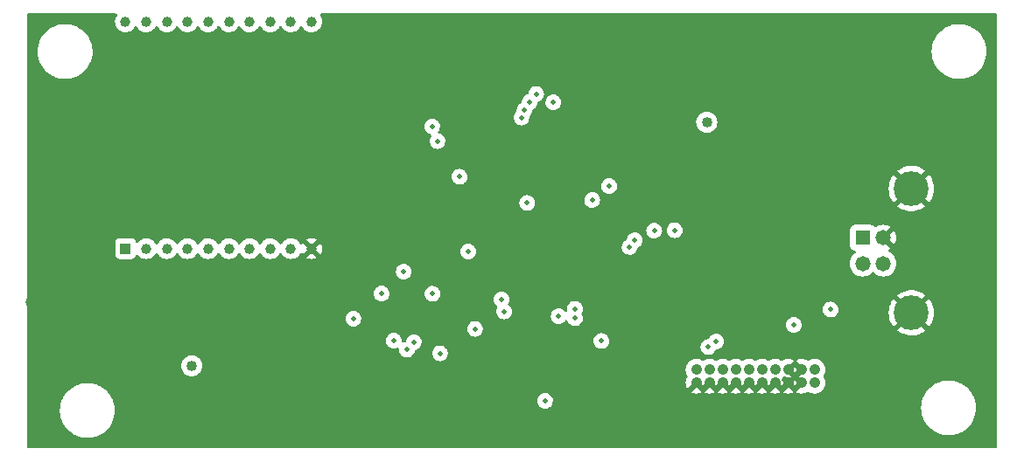
<source format=gbr>
%TF.GenerationSoftware,KiCad,Pcbnew,(6.0.8)*%
%TF.CreationDate,2022-10-11T12:40:35-07:00*%
%TF.ProjectId,Ground-Station-Telemetry,47726f75-6e64-42d5-9374-6174696f6e2d,rev?*%
%TF.SameCoordinates,Original*%
%TF.FileFunction,Copper,L2,Inr*%
%TF.FilePolarity,Positive*%
%FSLAX46Y46*%
G04 Gerber Fmt 4.6, Leading zero omitted, Abs format (unit mm)*
G04 Created by KiCad (PCBNEW (6.0.8)) date 2022-10-11 12:40:35*
%MOMM*%
%LPD*%
G01*
G04 APERTURE LIST*
%TA.AperFunction,ComponentPad*%
%ADD10R,1.008000X1.008000*%
%TD*%
%TA.AperFunction,ComponentPad*%
%ADD11C,1.008000*%
%TD*%
%TA.AperFunction,ComponentPad*%
%ADD12R,1.478000X1.478000*%
%TD*%
%TA.AperFunction,ComponentPad*%
%ADD13C,1.478000*%
%TD*%
%TA.AperFunction,ComponentPad*%
%ADD14C,3.366000*%
%TD*%
%TA.AperFunction,ComponentPad*%
%ADD15C,1.066800*%
%TD*%
%TA.AperFunction,ViaPad*%
%ADD16C,0.500000*%
%TD*%
%TA.AperFunction,ViaPad*%
%ADD17C,1.016000*%
%TD*%
G04 APERTURE END LIST*
D10*
%TO.N,3.3V*%
%TO.C,U5*%
X141237500Y-95560000D03*
D11*
%TO.N,XBEE_TX*%
X143237500Y-95560000D03*
%TO.N,XBEE_RX*%
X145237500Y-95560000D03*
%TO.N,XBEE_MISO*%
X147237500Y-95560000D03*
%TO.N,~{XBEE_RST}*%
X149237500Y-95560000D03*
%TO.N,XBEE_PWM0*%
X151237500Y-95560000D03*
%TO.N,XBEE_PWM1*%
X153237500Y-95560000D03*
%TO.N,unconnected-(U5-Pad8)*%
X155237500Y-95560000D03*
%TO.N,XBEE_DIO8*%
X157237500Y-95560000D03*
%TO.N,Earth*%
X159237500Y-95560000D03*
%TO.N,XBEE_MOSI*%
X159237500Y-73560000D03*
%TO.N,XBEE_DIO7*%
X157237500Y-73560000D03*
%TO.N,~{XBEE_SLEEP}*%
X155237500Y-73560000D03*
%TO.N,unconnected-(U5-Pad14)*%
X153237500Y-73560000D03*
%TO.N,XBEE_DIO5*%
X151237500Y-73560000D03*
%TO.N,XBEE_DIO6*%
X149237500Y-73560000D03*
%TO.N,XBEE_SS*%
X147237500Y-73560000D03*
%TO.N,XBEE_SCK*%
X145237500Y-73560000D03*
%TO.N,XBEE_DIO1*%
X143237500Y-73560000D03*
%TO.N,XBEE_DIO0*%
X141237500Y-73560000D03*
%TD*%
D12*
%TO.N,5V*%
%TO.C,P2*%
X212545500Y-94508000D03*
D13*
%TO.N,/Connectivity/D-*%
X212545500Y-97008000D03*
%TO.N,/Connectivity/D+*%
X214545500Y-97008000D03*
%TO.N,Earth*%
X214545500Y-94508000D03*
D14*
X217255500Y-101778000D03*
X217255500Y-89738000D03*
%TD*%
D15*
%TO.N,3.3V*%
%TO.C,P1*%
X207899000Y-107303950D03*
X207899000Y-108573950D03*
%TO.N,Earth*%
X206629000Y-107303950D03*
X206629000Y-108573950D03*
X205359000Y-107303950D03*
X205359000Y-108573950D03*
%TO.N,SWDIO*%
X204089000Y-107303950D03*
%TO.N,Earth*%
X204089000Y-108573950D03*
%TO.N,SWCLK*%
X202819000Y-107303950D03*
%TO.N,Earth*%
X202819000Y-108573950D03*
%TO.N,unconnected-(P1-Pad11)*%
X201549000Y-107303950D03*
%TO.N,Earth*%
X201549000Y-108573950D03*
%TO.N,SWO*%
X200279000Y-107303950D03*
%TO.N,Earth*%
X200279000Y-108573950D03*
%TO.N,NRST*%
X199009000Y-107303950D03*
%TO.N,Earth*%
X199009000Y-108573950D03*
%TO.N,unconnected-(P1-Pad17)*%
X197739000Y-107303950D03*
%TO.N,Earth*%
X197739000Y-108573950D03*
%TO.N,unconnected-(P1-Pad19)*%
X196469000Y-107303950D03*
%TO.N,Earth*%
X196469000Y-108573950D03*
%TD*%
D16*
%TO.N,USB_RX*%
X197612000Y-105105200D03*
%TO.N,SWDIO*%
X192379600Y-93827600D03*
%TO.N,3.3V*%
X174377800Y-95841000D03*
X175040000Y-103344000D03*
%TO.N,Earth*%
X203694400Y-93333200D03*
X194818000Y-94996000D03*
%TO.N,3.3V*%
X194360800Y-93776800D03*
X186374600Y-90841000D03*
X173532800Y-88595200D03*
%TO.N,XBEE_SS*%
X179527200Y-82854800D03*
%TO.N,XBEE_DIO6*%
X179832000Y-82143600D03*
%TO.N,XBEE_DIO5*%
X180340000Y-81330800D03*
%TO.N,~{XBEE_SLEEP}*%
X180949600Y-80568800D03*
%TO.N,XBEE_DIO0*%
X171399200Y-85140800D03*
%TO.N,XBEE_DIO1*%
X170891200Y-83718400D03*
%TO.N,XBEE_DIO7*%
X182626000Y-81381600D03*
%TO.N,XBEE_PWM1*%
X177596800Y-100482400D03*
%TO.N,XBEE_PWM0*%
X177850800Y-101650800D03*
%TO.N,XBEE_TX*%
X163271200Y-102362000D03*
%TO.N,LORA_MOSI*%
X169113200Y-104648000D03*
%TO.N,LORA_MISO*%
X168452800Y-105359200D03*
%TO.N,LORA_SCK*%
X167182800Y-104495600D03*
%TO.N,3.3V*%
X170929300Y-99936300D03*
%TO.N,Earth*%
X171284900Y-98513900D03*
%TO.N,NRST*%
X171652999Y-105715001D03*
%TO.N,LORA_IO5*%
X166014400Y-99923600D03*
X168148000Y-97790000D03*
%TO.N,LORA_SCK*%
X183134000Y-102108000D03*
%TO.N,LORA_MOSI*%
X184708800Y-101396800D03*
%TO.N,LORA_MISO*%
X184708800Y-102311200D03*
D17*
%TO.N,Earth*%
X157388800Y-112918000D03*
X142443200Y-100939600D03*
%TO.N,3.3V*%
X147640800Y-106918000D03*
%TO.N,Earth*%
X132080000Y-100736400D03*
X196392800Y-80365600D03*
X196884200Y-85683000D03*
X208127600Y-79705200D03*
%TO.N,3.3V*%
X197459600Y-83312000D03*
D16*
%TO.N,SWO*%
X180086000Y-91135200D03*
%TO.N,USB_TX*%
X190500000Y-94742000D03*
%TO.N,USB_RX*%
X189992000Y-95402400D03*
%TO.N,USB_TX*%
X198374000Y-104546400D03*
%TO.N,SWCLK*%
X188010800Y-89509600D03*
%TO.N,3.3V*%
X187274200Y-104521000D03*
%TO.N,Earth*%
X186625600Y-106361600D03*
%TO.N,3.3V*%
X181813200Y-110337600D03*
%TO.N,Earth*%
X177228500Y-87566500D03*
X168402000Y-94107000D03*
X173648000Y-108419000D03*
X192620000Y-90590000D03*
%TO.N,3.3V*%
X205895000Y-102969000D03*
%TO.N,Earth*%
X198628000Y-100584000D03*
X196850000Y-100584000D03*
X198628000Y-98806000D03*
X196850000Y-98806000D03*
%TO.N,5V*%
X209423000Y-101473000D03*
%TO.N,Earth*%
X203835000Y-99314000D03*
%TD*%
%TA.AperFunction,Conductor*%
%TO.N,Earth*%
G36*
X140375261Y-72791502D02*
G01*
X140421754Y-72845158D01*
X140431858Y-72915432D01*
X140405145Y-72975174D01*
X140405472Y-72975398D01*
X140404241Y-72977195D01*
X140403662Y-72978491D01*
X140398030Y-72985203D01*
X140302373Y-73159204D01*
X140242334Y-73348471D01*
X140220200Y-73545795D01*
X140236815Y-73743660D01*
X140253096Y-73800440D01*
X140267217Y-73849683D01*
X140291546Y-73934530D01*
X140382308Y-74111133D01*
X140386134Y-74115960D01*
X140501815Y-74261915D01*
X140501819Y-74261920D01*
X140505644Y-74266745D01*
X140656857Y-74395436D01*
X140704024Y-74421797D01*
X140824807Y-74489302D01*
X140824813Y-74489305D01*
X140830185Y-74492307D01*
X141019028Y-74553665D01*
X141216193Y-74577176D01*
X141222328Y-74576704D01*
X141222330Y-74576704D01*
X141408028Y-74562415D01*
X141408033Y-74562414D01*
X141414169Y-74561942D01*
X141420099Y-74560286D01*
X141420101Y-74560286D01*
X141476840Y-74544444D01*
X141605416Y-74508545D01*
X141672626Y-74474595D01*
X141777149Y-74421797D01*
X141777151Y-74421796D01*
X141782650Y-74419018D01*
X141939118Y-74296772D01*
X142005250Y-74220157D01*
X142064833Y-74151130D01*
X142064834Y-74151128D01*
X142068862Y-74146462D01*
X142071907Y-74141102D01*
X142127857Y-74042612D01*
X142178896Y-73993262D01*
X142248514Y-73979339D01*
X142314608Y-74005265D01*
X142349477Y-74047252D01*
X142382308Y-74111133D01*
X142386134Y-74115960D01*
X142501815Y-74261915D01*
X142501819Y-74261920D01*
X142505644Y-74266745D01*
X142656857Y-74395436D01*
X142704024Y-74421797D01*
X142824807Y-74489302D01*
X142824813Y-74489305D01*
X142830185Y-74492307D01*
X143019028Y-74553665D01*
X143216193Y-74577176D01*
X143222328Y-74576704D01*
X143222330Y-74576704D01*
X143408028Y-74562415D01*
X143408033Y-74562414D01*
X143414169Y-74561942D01*
X143420099Y-74560286D01*
X143420101Y-74560286D01*
X143476840Y-74544444D01*
X143605416Y-74508545D01*
X143672626Y-74474595D01*
X143777149Y-74421797D01*
X143777151Y-74421796D01*
X143782650Y-74419018D01*
X143939118Y-74296772D01*
X144005250Y-74220157D01*
X144064833Y-74151130D01*
X144064834Y-74151128D01*
X144068862Y-74146462D01*
X144071907Y-74141102D01*
X144127857Y-74042612D01*
X144178896Y-73993262D01*
X144248514Y-73979339D01*
X144314608Y-74005265D01*
X144349477Y-74047252D01*
X144382308Y-74111133D01*
X144386134Y-74115960D01*
X144501815Y-74261915D01*
X144501819Y-74261920D01*
X144505644Y-74266745D01*
X144656857Y-74395436D01*
X144704024Y-74421797D01*
X144824807Y-74489302D01*
X144824813Y-74489305D01*
X144830185Y-74492307D01*
X145019028Y-74553665D01*
X145216193Y-74577176D01*
X145222328Y-74576704D01*
X145222330Y-74576704D01*
X145408028Y-74562415D01*
X145408033Y-74562414D01*
X145414169Y-74561942D01*
X145420099Y-74560286D01*
X145420101Y-74560286D01*
X145476840Y-74544444D01*
X145605416Y-74508545D01*
X145672626Y-74474595D01*
X145777149Y-74421797D01*
X145777151Y-74421796D01*
X145782650Y-74419018D01*
X145939118Y-74296772D01*
X146005250Y-74220157D01*
X146064833Y-74151130D01*
X146064834Y-74151128D01*
X146068862Y-74146462D01*
X146071907Y-74141102D01*
X146127857Y-74042612D01*
X146178896Y-73993262D01*
X146248514Y-73979339D01*
X146314608Y-74005265D01*
X146349477Y-74047252D01*
X146382308Y-74111133D01*
X146386134Y-74115960D01*
X146501815Y-74261915D01*
X146501819Y-74261920D01*
X146505644Y-74266745D01*
X146656857Y-74395436D01*
X146704024Y-74421797D01*
X146824807Y-74489302D01*
X146824813Y-74489305D01*
X146830185Y-74492307D01*
X147019028Y-74553665D01*
X147216193Y-74577176D01*
X147222328Y-74576704D01*
X147222330Y-74576704D01*
X147408028Y-74562415D01*
X147408033Y-74562414D01*
X147414169Y-74561942D01*
X147420099Y-74560286D01*
X147420101Y-74560286D01*
X147476840Y-74544444D01*
X147605416Y-74508545D01*
X147672626Y-74474595D01*
X147777149Y-74421797D01*
X147777151Y-74421796D01*
X147782650Y-74419018D01*
X147939118Y-74296772D01*
X148005250Y-74220157D01*
X148064833Y-74151130D01*
X148064834Y-74151128D01*
X148068862Y-74146462D01*
X148071907Y-74141102D01*
X148127857Y-74042612D01*
X148178896Y-73993262D01*
X148248514Y-73979339D01*
X148314608Y-74005265D01*
X148349477Y-74047252D01*
X148382308Y-74111133D01*
X148386134Y-74115960D01*
X148501815Y-74261915D01*
X148501819Y-74261920D01*
X148505644Y-74266745D01*
X148656857Y-74395436D01*
X148704024Y-74421797D01*
X148824807Y-74489302D01*
X148824813Y-74489305D01*
X148830185Y-74492307D01*
X149019028Y-74553665D01*
X149216193Y-74577176D01*
X149222328Y-74576704D01*
X149222330Y-74576704D01*
X149408028Y-74562415D01*
X149408033Y-74562414D01*
X149414169Y-74561942D01*
X149420099Y-74560286D01*
X149420101Y-74560286D01*
X149476840Y-74544444D01*
X149605416Y-74508545D01*
X149672626Y-74474595D01*
X149777149Y-74421797D01*
X149777151Y-74421796D01*
X149782650Y-74419018D01*
X149939118Y-74296772D01*
X150005250Y-74220157D01*
X150064833Y-74151130D01*
X150064834Y-74151128D01*
X150068862Y-74146462D01*
X150071907Y-74141102D01*
X150127857Y-74042612D01*
X150178896Y-73993262D01*
X150248514Y-73979339D01*
X150314608Y-74005265D01*
X150349477Y-74047252D01*
X150382308Y-74111133D01*
X150386134Y-74115960D01*
X150501815Y-74261915D01*
X150501819Y-74261920D01*
X150505644Y-74266745D01*
X150656857Y-74395436D01*
X150704024Y-74421797D01*
X150824807Y-74489302D01*
X150824813Y-74489305D01*
X150830185Y-74492307D01*
X151019028Y-74553665D01*
X151216193Y-74577176D01*
X151222328Y-74576704D01*
X151222330Y-74576704D01*
X151408028Y-74562415D01*
X151408033Y-74562414D01*
X151414169Y-74561942D01*
X151420099Y-74560286D01*
X151420101Y-74560286D01*
X151476840Y-74544444D01*
X151605416Y-74508545D01*
X151672626Y-74474595D01*
X151777149Y-74421797D01*
X151777151Y-74421796D01*
X151782650Y-74419018D01*
X151939118Y-74296772D01*
X152005250Y-74220157D01*
X152064833Y-74151130D01*
X152064834Y-74151128D01*
X152068862Y-74146462D01*
X152071907Y-74141102D01*
X152127857Y-74042612D01*
X152178896Y-73993262D01*
X152248514Y-73979339D01*
X152314608Y-74005265D01*
X152349477Y-74047252D01*
X152382308Y-74111133D01*
X152386134Y-74115960D01*
X152501815Y-74261915D01*
X152501819Y-74261920D01*
X152505644Y-74266745D01*
X152656857Y-74395436D01*
X152704024Y-74421797D01*
X152824807Y-74489302D01*
X152824813Y-74489305D01*
X152830185Y-74492307D01*
X153019028Y-74553665D01*
X153216193Y-74577176D01*
X153222328Y-74576704D01*
X153222330Y-74576704D01*
X153408028Y-74562415D01*
X153408033Y-74562414D01*
X153414169Y-74561942D01*
X153420099Y-74560286D01*
X153420101Y-74560286D01*
X153476840Y-74544444D01*
X153605416Y-74508545D01*
X153672626Y-74474595D01*
X153777149Y-74421797D01*
X153777151Y-74421796D01*
X153782650Y-74419018D01*
X153939118Y-74296772D01*
X154005250Y-74220157D01*
X154064833Y-74151130D01*
X154064834Y-74151128D01*
X154068862Y-74146462D01*
X154071907Y-74141102D01*
X154127857Y-74042612D01*
X154178896Y-73993262D01*
X154248514Y-73979339D01*
X154314608Y-74005265D01*
X154349477Y-74047252D01*
X154382308Y-74111133D01*
X154386134Y-74115960D01*
X154501815Y-74261915D01*
X154501819Y-74261920D01*
X154505644Y-74266745D01*
X154656857Y-74395436D01*
X154704024Y-74421797D01*
X154824807Y-74489302D01*
X154824813Y-74489305D01*
X154830185Y-74492307D01*
X155019028Y-74553665D01*
X155216193Y-74577176D01*
X155222328Y-74576704D01*
X155222330Y-74576704D01*
X155408028Y-74562415D01*
X155408033Y-74562414D01*
X155414169Y-74561942D01*
X155420099Y-74560286D01*
X155420101Y-74560286D01*
X155476840Y-74544444D01*
X155605416Y-74508545D01*
X155672626Y-74474595D01*
X155777149Y-74421797D01*
X155777151Y-74421796D01*
X155782650Y-74419018D01*
X155939118Y-74296772D01*
X156005250Y-74220157D01*
X156064833Y-74151130D01*
X156064834Y-74151128D01*
X156068862Y-74146462D01*
X156071907Y-74141102D01*
X156127857Y-74042612D01*
X156178896Y-73993262D01*
X156248514Y-73979339D01*
X156314608Y-74005265D01*
X156349477Y-74047252D01*
X156382308Y-74111133D01*
X156386134Y-74115960D01*
X156501815Y-74261915D01*
X156501819Y-74261920D01*
X156505644Y-74266745D01*
X156656857Y-74395436D01*
X156704024Y-74421797D01*
X156824807Y-74489302D01*
X156824813Y-74489305D01*
X156830185Y-74492307D01*
X157019028Y-74553665D01*
X157216193Y-74577176D01*
X157222328Y-74576704D01*
X157222330Y-74576704D01*
X157408028Y-74562415D01*
X157408033Y-74562414D01*
X157414169Y-74561942D01*
X157420099Y-74560286D01*
X157420101Y-74560286D01*
X157476840Y-74544444D01*
X157605416Y-74508545D01*
X157672626Y-74474595D01*
X157777149Y-74421797D01*
X157777151Y-74421796D01*
X157782650Y-74419018D01*
X157939118Y-74296772D01*
X158005250Y-74220157D01*
X158064833Y-74151130D01*
X158064834Y-74151128D01*
X158068862Y-74146462D01*
X158071907Y-74141102D01*
X158127857Y-74042612D01*
X158178896Y-73993262D01*
X158248514Y-73979339D01*
X158314608Y-74005265D01*
X158349477Y-74047252D01*
X158382308Y-74111133D01*
X158386134Y-74115960D01*
X158501815Y-74261915D01*
X158501819Y-74261920D01*
X158505644Y-74266745D01*
X158656857Y-74395436D01*
X158704024Y-74421797D01*
X158824807Y-74489302D01*
X158824813Y-74489305D01*
X158830185Y-74492307D01*
X159019028Y-74553665D01*
X159216193Y-74577176D01*
X159222328Y-74576704D01*
X159222330Y-74576704D01*
X159408028Y-74562415D01*
X159408033Y-74562414D01*
X159414169Y-74561942D01*
X159420099Y-74560286D01*
X159420101Y-74560286D01*
X159476840Y-74544444D01*
X159605416Y-74508545D01*
X159672626Y-74474595D01*
X159777149Y-74421797D01*
X159777151Y-74421796D01*
X159782650Y-74419018D01*
X159939118Y-74296772D01*
X160005250Y-74220157D01*
X160064833Y-74151130D01*
X160064834Y-74151128D01*
X160068862Y-74146462D01*
X160086190Y-74115960D01*
X160116892Y-74061914D01*
X160166940Y-73973813D01*
X160229616Y-73785403D01*
X160254502Y-73588407D01*
X160254899Y-73560000D01*
X160235523Y-73362386D01*
X160178132Y-73172299D01*
X160168301Y-73153809D01*
X160087807Y-73002422D01*
X160087805Y-73002419D01*
X160084913Y-72996980D01*
X160068728Y-72977135D01*
X160041174Y-72911703D01*
X160053370Y-72841762D01*
X160101443Y-72789517D01*
X160166371Y-72771500D01*
X225425500Y-72771500D01*
X225493621Y-72791502D01*
X225540114Y-72845158D01*
X225551500Y-72897500D01*
X225551500Y-114808500D01*
X225531498Y-114876621D01*
X225477842Y-114923114D01*
X225425500Y-114934500D01*
X131825500Y-114934500D01*
X131757379Y-114914498D01*
X131710886Y-114860842D01*
X131699500Y-114808500D01*
X131699500Y-111298485D01*
X134877854Y-111298485D01*
X134878156Y-111302320D01*
X134901652Y-111600861D01*
X134903370Y-111622695D01*
X134968206Y-111941378D01*
X135071398Y-112249784D01*
X135211405Y-112543316D01*
X135213467Y-112546553D01*
X135213470Y-112546558D01*
X135224325Y-112563597D01*
X135386141Y-112817597D01*
X135388584Y-112820560D01*
X135388585Y-112820562D01*
X135565973Y-113035750D01*
X135593001Y-113068538D01*
X135828902Y-113292399D01*
X136090326Y-113485843D01*
X136146223Y-113517468D01*
X136370019Y-113644086D01*
X136370023Y-113644088D01*
X136373376Y-113645985D01*
X136376937Y-113647460D01*
X136376939Y-113647461D01*
X136398761Y-113656500D01*
X136673832Y-113770438D01*
X136777288Y-113799129D01*
X136983500Y-113856317D01*
X136983508Y-113856319D01*
X136987216Y-113857347D01*
X137308856Y-113905416D01*
X137312154Y-113905560D01*
X137423918Y-113910440D01*
X137423922Y-113910440D01*
X137425294Y-113910500D01*
X137623598Y-113910500D01*
X137865605Y-113895698D01*
X137869388Y-113894997D01*
X137869395Y-113894996D01*
X138069459Y-113857916D01*
X138185372Y-113836433D01*
X138394682Y-113770438D01*
X138491860Y-113739798D01*
X138491863Y-113739797D01*
X138495532Y-113738640D01*
X138499029Y-113737046D01*
X138499035Y-113737044D01*
X138787954Y-113605376D01*
X138787958Y-113605374D01*
X138791462Y-113603777D01*
X138825147Y-113583135D01*
X139065473Y-113435863D01*
X139065476Y-113435861D01*
X139068751Y-113433854D01*
X139071755Y-113431464D01*
X139071760Y-113431461D01*
X139196007Y-113332630D01*
X139323264Y-113231405D01*
X139325958Y-113228664D01*
X139325962Y-113228660D01*
X139548513Y-113002190D01*
X139548517Y-113002185D01*
X139551208Y-112999447D01*
X139749185Y-112741439D01*
X139914242Y-112461227D01*
X140043920Y-112162988D01*
X140136285Y-111851169D01*
X140189961Y-111530417D01*
X140204146Y-111205515D01*
X140189156Y-111015052D01*
X140178932Y-110885140D01*
X140178932Y-110885137D01*
X140178630Y-110881305D01*
X140113794Y-110562622D01*
X140034936Y-110326943D01*
X181049975Y-110326943D01*
X181066581Y-110496299D01*
X181120294Y-110657767D01*
X181123941Y-110663789D01*
X181123942Y-110663791D01*
X181137697Y-110686502D01*
X181208446Y-110803323D01*
X181326655Y-110925732D01*
X181469046Y-111018910D01*
X181475650Y-111021366D01*
X181475652Y-111021367D01*
X181512044Y-111034901D01*
X181628541Y-111078226D01*
X181797215Y-111100732D01*
X181804226Y-111100094D01*
X181804230Y-111100094D01*
X181959662Y-111085948D01*
X181966683Y-111085309D01*
X181973385Y-111083131D01*
X181973387Y-111083131D01*
X182092327Y-111044485D01*
X218189854Y-111044485D01*
X218194231Y-111100094D01*
X218209542Y-111294638D01*
X218215370Y-111368695D01*
X218280206Y-111687378D01*
X218383398Y-111995784D01*
X218523405Y-112289316D01*
X218698141Y-112563597D01*
X218700584Y-112566560D01*
X218700585Y-112566562D01*
X218850308Y-112748190D01*
X218905001Y-112814538D01*
X219140902Y-113038399D01*
X219402326Y-113231843D01*
X219543851Y-113311914D01*
X219682019Y-113390086D01*
X219682023Y-113390088D01*
X219685376Y-113391985D01*
X219985832Y-113516438D01*
X220089288Y-113545129D01*
X220295500Y-113602317D01*
X220295508Y-113602319D01*
X220299216Y-113603347D01*
X220620856Y-113651416D01*
X220624154Y-113651560D01*
X220735918Y-113656440D01*
X220735922Y-113656440D01*
X220737294Y-113656500D01*
X220935598Y-113656500D01*
X221177605Y-113641698D01*
X221181388Y-113640997D01*
X221181395Y-113640996D01*
X221337489Y-113612065D01*
X221497372Y-113582433D01*
X221706682Y-113516438D01*
X221803860Y-113485798D01*
X221803863Y-113485797D01*
X221807532Y-113484640D01*
X221811029Y-113483046D01*
X221811035Y-113483044D01*
X222099954Y-113351376D01*
X222099958Y-113351374D01*
X222103462Y-113349777D01*
X222193361Y-113294687D01*
X222377473Y-113181863D01*
X222377476Y-113181861D01*
X222380751Y-113179854D01*
X222383755Y-113177464D01*
X222383760Y-113177461D01*
X222524419Y-113065575D01*
X222635264Y-112977405D01*
X222637958Y-112974664D01*
X222637962Y-112974660D01*
X222860513Y-112748190D01*
X222860517Y-112748185D01*
X222863208Y-112745447D01*
X223061185Y-112487439D01*
X223226242Y-112207227D01*
X223355920Y-111908988D01*
X223448285Y-111597169D01*
X223501961Y-111276417D01*
X223516146Y-110951515D01*
X223503388Y-110789410D01*
X223490932Y-110631140D01*
X223490932Y-110631137D01*
X223490630Y-110627305D01*
X223425794Y-110308622D01*
X223322602Y-110000216D01*
X223182595Y-109706684D01*
X223171742Y-109689647D01*
X223110574Y-109593634D01*
X223007859Y-109432403D01*
X223005415Y-109429438D01*
X222803442Y-109184425D01*
X222803438Y-109184420D01*
X222800999Y-109181462D01*
X222565098Y-108957601D01*
X222303674Y-108764157D01*
X222097807Y-108647683D01*
X222023981Y-108605914D01*
X222023977Y-108605912D01*
X222020624Y-108604015D01*
X222010106Y-108599658D01*
X221794139Y-108510202D01*
X221720168Y-108479562D01*
X221616712Y-108450871D01*
X221410500Y-108393683D01*
X221410492Y-108393681D01*
X221406784Y-108392653D01*
X221085144Y-108344584D01*
X221081846Y-108344440D01*
X220970082Y-108339560D01*
X220970078Y-108339560D01*
X220968706Y-108339500D01*
X220770402Y-108339500D01*
X220528395Y-108354302D01*
X220524612Y-108355003D01*
X220524605Y-108355004D01*
X220368512Y-108383934D01*
X220208628Y-108413567D01*
X220088431Y-108451465D01*
X219902140Y-108510202D01*
X219902137Y-108510203D01*
X219898468Y-108511360D01*
X219894971Y-108512954D01*
X219894965Y-108512956D01*
X219606046Y-108644624D01*
X219606042Y-108644626D01*
X219602538Y-108646223D01*
X219599259Y-108648233D01*
X219599256Y-108648234D01*
X219332423Y-108811750D01*
X219325249Y-108816146D01*
X219322245Y-108818536D01*
X219322240Y-108818539D01*
X219270225Y-108859914D01*
X219070736Y-109018595D01*
X219068042Y-109021336D01*
X219068038Y-109021340D01*
X218845487Y-109247810D01*
X218845483Y-109247815D01*
X218842792Y-109250553D01*
X218780207Y-109332115D01*
X218685724Y-109455248D01*
X218644815Y-109508561D01*
X218578783Y-109620661D01*
X218510778Y-109736112D01*
X218479758Y-109788773D01*
X218350080Y-110087012D01*
X218348986Y-110090706D01*
X218348984Y-110090711D01*
X218323871Y-110175491D01*
X218257715Y-110398831D01*
X218204039Y-110719583D01*
X218189854Y-111044485D01*
X182092327Y-111044485D01*
X182121823Y-111034901D01*
X182121826Y-111034900D01*
X182128522Y-111032724D01*
X182274690Y-110945590D01*
X182279784Y-110940739D01*
X182279788Y-110940736D01*
X182347033Y-110876699D01*
X182397921Y-110828239D01*
X182492091Y-110686502D01*
X182552519Y-110527425D01*
X182576201Y-110358913D01*
X182576499Y-110337600D01*
X182557531Y-110168492D01*
X182501568Y-110007789D01*
X182495583Y-109998210D01*
X182470107Y-109957442D01*
X182411392Y-109863479D01*
X182291486Y-109742732D01*
X182275239Y-109732421D01*
X182229575Y-109703442D01*
X182147808Y-109651551D01*
X181987500Y-109594468D01*
X181818529Y-109574320D01*
X181811526Y-109575056D01*
X181811525Y-109575056D01*
X181656301Y-109591370D01*
X181656297Y-109591371D01*
X181649293Y-109592107D01*
X181642622Y-109594378D01*
X181494873Y-109644675D01*
X181494870Y-109644676D01*
X181488203Y-109646946D01*
X181482205Y-109650636D01*
X181482203Y-109650637D01*
X181349265Y-109732421D01*
X181349263Y-109732423D01*
X181343266Y-109736112D01*
X181221686Y-109855173D01*
X181129504Y-109998210D01*
X181071303Y-110158116D01*
X181049975Y-110326943D01*
X140034936Y-110326943D01*
X140010602Y-110254216D01*
X139870595Y-109960684D01*
X139695859Y-109686403D01*
X139693415Y-109683438D01*
X139515515Y-109467628D01*
X195940152Y-109467628D01*
X195945062Y-109474186D01*
X196044681Y-109529863D01*
X196055919Y-109534772D01*
X196238434Y-109594074D01*
X196250408Y-109596707D01*
X196440973Y-109619430D01*
X196453222Y-109619687D01*
X196644572Y-109604963D01*
X196656642Y-109602835D01*
X196841486Y-109551226D01*
X196852918Y-109546792D01*
X196989368Y-109477866D01*
X197001901Y-109466112D01*
X197001636Y-109465796D01*
X197000321Y-109464481D01*
X197207679Y-109464481D01*
X197207955Y-109464694D01*
X197215061Y-109474186D01*
X197314681Y-109529863D01*
X197325919Y-109534772D01*
X197508434Y-109594074D01*
X197520408Y-109596707D01*
X197710973Y-109619430D01*
X197723222Y-109619687D01*
X197914572Y-109604963D01*
X197926642Y-109602835D01*
X198111486Y-109551226D01*
X198122918Y-109546792D01*
X198259368Y-109477866D01*
X198271901Y-109466112D01*
X198271636Y-109465796D01*
X198270321Y-109464481D01*
X198477679Y-109464481D01*
X198477955Y-109464694D01*
X198485061Y-109474186D01*
X198584681Y-109529863D01*
X198595919Y-109534772D01*
X198778434Y-109594074D01*
X198790408Y-109596707D01*
X198980973Y-109619430D01*
X198993222Y-109619687D01*
X199184572Y-109604963D01*
X199196642Y-109602835D01*
X199381486Y-109551226D01*
X199392918Y-109546792D01*
X199529368Y-109477866D01*
X199541901Y-109466112D01*
X199541636Y-109465796D01*
X199540321Y-109464481D01*
X199747679Y-109464481D01*
X199747955Y-109464694D01*
X199755061Y-109474186D01*
X199854681Y-109529863D01*
X199865919Y-109534772D01*
X200048434Y-109594074D01*
X200060408Y-109596707D01*
X200250973Y-109619430D01*
X200263222Y-109619687D01*
X200454572Y-109604963D01*
X200466642Y-109602835D01*
X200651486Y-109551226D01*
X200662918Y-109546792D01*
X200799368Y-109477866D01*
X200811901Y-109466112D01*
X200811636Y-109465796D01*
X200810321Y-109464481D01*
X201017679Y-109464481D01*
X201017955Y-109464694D01*
X201025061Y-109474186D01*
X201124681Y-109529863D01*
X201135919Y-109534772D01*
X201318434Y-109594074D01*
X201330408Y-109596707D01*
X201520973Y-109619430D01*
X201533222Y-109619687D01*
X201724572Y-109604963D01*
X201736642Y-109602835D01*
X201921486Y-109551226D01*
X201932918Y-109546792D01*
X202069368Y-109477866D01*
X202081901Y-109466112D01*
X202081636Y-109465796D01*
X202080321Y-109464481D01*
X202287679Y-109464481D01*
X202287955Y-109464694D01*
X202295061Y-109474186D01*
X202394681Y-109529863D01*
X202405919Y-109534772D01*
X202588434Y-109594074D01*
X202600408Y-109596707D01*
X202790973Y-109619430D01*
X202803222Y-109619687D01*
X202994572Y-109604963D01*
X203006642Y-109602835D01*
X203191486Y-109551226D01*
X203202918Y-109546792D01*
X203339368Y-109477866D01*
X203351901Y-109466112D01*
X203351636Y-109465796D01*
X203350321Y-109464481D01*
X203557679Y-109464481D01*
X203557955Y-109464694D01*
X203565061Y-109474186D01*
X203664681Y-109529863D01*
X203675919Y-109534772D01*
X203858434Y-109594074D01*
X203870408Y-109596707D01*
X204060973Y-109619430D01*
X204073222Y-109619687D01*
X204264572Y-109604963D01*
X204276642Y-109602835D01*
X204461486Y-109551226D01*
X204472918Y-109546792D01*
X204609368Y-109477866D01*
X204621901Y-109466112D01*
X204621636Y-109465796D01*
X204620321Y-109464481D01*
X204827679Y-109464481D01*
X204827955Y-109464694D01*
X204835061Y-109474186D01*
X204934681Y-109529863D01*
X204945919Y-109534772D01*
X205128434Y-109594074D01*
X205140408Y-109596707D01*
X205330973Y-109619430D01*
X205343222Y-109619687D01*
X205534572Y-109604963D01*
X205546642Y-109602835D01*
X205731486Y-109551226D01*
X205742918Y-109546792D01*
X205879368Y-109477866D01*
X205891901Y-109466112D01*
X205891636Y-109465796D01*
X205371812Y-108945972D01*
X205357868Y-108938358D01*
X205356035Y-108938489D01*
X205349420Y-108942740D01*
X204827679Y-109464481D01*
X204620321Y-109464481D01*
X204101812Y-108945972D01*
X204087868Y-108938358D01*
X204086035Y-108938489D01*
X204079420Y-108942740D01*
X203557679Y-109464481D01*
X203350321Y-109464481D01*
X202831812Y-108945972D01*
X202817868Y-108938358D01*
X202816035Y-108938489D01*
X202809420Y-108942740D01*
X202287679Y-109464481D01*
X202080321Y-109464481D01*
X201561812Y-108945972D01*
X201547868Y-108938358D01*
X201546035Y-108938489D01*
X201539420Y-108942740D01*
X201017679Y-109464481D01*
X200810321Y-109464481D01*
X200291812Y-108945972D01*
X200277868Y-108938358D01*
X200276035Y-108938489D01*
X200269420Y-108942740D01*
X199747679Y-109464481D01*
X199540321Y-109464481D01*
X199021812Y-108945972D01*
X199007868Y-108938358D01*
X199006035Y-108938489D01*
X198999420Y-108942740D01*
X198477679Y-109464481D01*
X198270321Y-109464481D01*
X197751812Y-108945972D01*
X197737868Y-108938358D01*
X197736035Y-108938489D01*
X197729420Y-108942740D01*
X197207679Y-109464481D01*
X197000321Y-109464481D01*
X196481812Y-108945972D01*
X196467868Y-108938358D01*
X196466035Y-108938489D01*
X196459420Y-108942740D01*
X195946912Y-109455248D01*
X195940152Y-109467628D01*
X139515515Y-109467628D01*
X139491442Y-109438425D01*
X139491438Y-109438420D01*
X139488999Y-109435462D01*
X139253098Y-109211601D01*
X138991674Y-109018157D01*
X138786781Y-108902234D01*
X138711981Y-108859914D01*
X138711977Y-108859912D01*
X138708624Y-108858015D01*
X138676098Y-108844542D01*
X138582802Y-108805898D01*
X138408168Y-108733562D01*
X138304712Y-108704871D01*
X138098500Y-108647683D01*
X138098492Y-108647681D01*
X138094784Y-108646653D01*
X137773144Y-108598584D01*
X137769846Y-108598440D01*
X137658082Y-108593560D01*
X137658078Y-108593560D01*
X137656706Y-108593500D01*
X137458402Y-108593500D01*
X137216395Y-108608302D01*
X137212612Y-108609003D01*
X137212605Y-108609004D01*
X137056512Y-108637934D01*
X136896628Y-108667567D01*
X136763313Y-108709601D01*
X136590140Y-108764202D01*
X136590137Y-108764203D01*
X136586468Y-108765360D01*
X136582971Y-108766954D01*
X136582965Y-108766956D01*
X136294046Y-108898624D01*
X136294042Y-108898626D01*
X136290538Y-108900223D01*
X136287259Y-108902233D01*
X136287256Y-108902234D01*
X136097373Y-109018595D01*
X136013249Y-109070146D01*
X136010245Y-109072536D01*
X136010240Y-109072539D01*
X135973354Y-109101880D01*
X135758736Y-109272595D01*
X135756042Y-109275336D01*
X135756038Y-109275340D01*
X135533487Y-109501810D01*
X135533483Y-109501815D01*
X135530792Y-109504553D01*
X135332815Y-109762561D01*
X135221255Y-109951953D01*
X135194008Y-109998210D01*
X135167758Y-110042773D01*
X135038080Y-110341012D01*
X135036986Y-110344706D01*
X135036984Y-110344711D01*
X135032777Y-110358913D01*
X134945715Y-110652831D01*
X134892039Y-110973583D01*
X134877854Y-111298485D01*
X131699500Y-111298485D01*
X131699500Y-106903739D01*
X146619482Y-106903739D01*
X146636162Y-107102386D01*
X146648179Y-107144294D01*
X146688013Y-107283207D01*
X146691110Y-107294009D01*
X146782230Y-107471311D01*
X146906053Y-107627537D01*
X147057863Y-107756737D01*
X147063241Y-107759743D01*
X147063243Y-107759744D01*
X147105197Y-107783191D01*
X147231876Y-107853989D01*
X147237735Y-107855893D01*
X147237738Y-107855894D01*
X147287147Y-107871948D01*
X147421465Y-107915591D01*
X147427575Y-107916320D01*
X147427577Y-107916320D01*
X147495114Y-107924373D01*
X147619409Y-107939194D01*
X147625544Y-107938722D01*
X147625546Y-107938722D01*
X147812026Y-107924373D01*
X147812031Y-107924372D01*
X147818167Y-107923900D01*
X147824097Y-107922244D01*
X147824099Y-107922244D01*
X147914169Y-107897096D01*
X148010170Y-107870292D01*
X148019437Y-107865611D01*
X148182602Y-107783191D01*
X148182604Y-107783190D01*
X148188103Y-107780412D01*
X148345190Y-107657682D01*
X148367762Y-107631532D01*
X148471418Y-107511446D01*
X148471419Y-107511444D01*
X148475447Y-107506778D01*
X148479941Y-107498868D01*
X148570865Y-107338811D01*
X148573912Y-107333448D01*
X148588587Y-107289332D01*
X195422161Y-107289332D01*
X195425374Y-107327595D01*
X195436983Y-107465834D01*
X195439259Y-107492943D01*
X195440958Y-107498868D01*
X195491742Y-107675972D01*
X195495579Y-107689355D01*
X195498394Y-107694832D01*
X195498395Y-107694835D01*
X195531715Y-107759668D01*
X195588976Y-107871087D01*
X195590984Y-107873621D01*
X195610786Y-107940745D01*
X195595201Y-108001605D01*
X195510147Y-108156319D01*
X195505319Y-108167583D01*
X195447290Y-108350514D01*
X195444742Y-108362502D01*
X195423350Y-108553214D01*
X195423179Y-108565483D01*
X195439237Y-108756713D01*
X195441450Y-108768772D01*
X195494348Y-108953250D01*
X195498861Y-108964647D01*
X195565342Y-109094006D01*
X195575059Y-109104224D01*
X195581860Y-109101880D01*
X196301961Y-108381779D01*
X196364273Y-108347753D01*
X196405974Y-108345760D01*
X196447075Y-108350661D01*
X196453210Y-108350189D01*
X196453212Y-108350189D01*
X196644658Y-108335459D01*
X196644663Y-108335458D01*
X196650799Y-108334986D01*
X196656731Y-108333330D01*
X196656735Y-108333329D01*
X196736807Y-108310972D01*
X196765872Y-108302857D01*
X196836861Y-108303803D01*
X196896070Y-108342979D01*
X196924700Y-108407947D01*
X196913661Y-108478080D01*
X196888850Y-108513310D01*
X196841022Y-108561138D01*
X196833408Y-108575082D01*
X196833539Y-108576915D01*
X196837790Y-108583530D01*
X197091188Y-108836928D01*
X197105132Y-108844542D01*
X197106965Y-108844411D01*
X197113580Y-108840160D01*
X197366978Y-108586762D01*
X197374592Y-108572818D01*
X197374461Y-108570985D01*
X197370210Y-108564370D01*
X197319617Y-108513777D01*
X197285591Y-108451465D01*
X197290656Y-108380650D01*
X197333203Y-108323814D01*
X197399723Y-108299003D01*
X197447648Y-108304849D01*
X197514185Y-108326468D01*
X197717075Y-108350661D01*
X197723210Y-108350189D01*
X197723212Y-108350189D01*
X197914658Y-108335459D01*
X197914663Y-108335458D01*
X197920799Y-108334986D01*
X197926731Y-108333330D01*
X197926735Y-108333329D01*
X198006807Y-108310972D01*
X198035872Y-108302857D01*
X198106861Y-108303803D01*
X198166070Y-108342979D01*
X198194700Y-108407947D01*
X198183661Y-108478080D01*
X198158850Y-108513310D01*
X198111022Y-108561138D01*
X198103408Y-108575082D01*
X198103539Y-108576915D01*
X198107790Y-108583530D01*
X198361188Y-108836928D01*
X198375132Y-108844542D01*
X198376965Y-108844411D01*
X198383580Y-108840160D01*
X198636978Y-108586762D01*
X198644592Y-108572818D01*
X198644461Y-108570985D01*
X198640210Y-108564370D01*
X198589617Y-108513777D01*
X198555591Y-108451465D01*
X198560656Y-108380650D01*
X198603203Y-108323814D01*
X198669723Y-108299003D01*
X198717648Y-108304849D01*
X198784185Y-108326468D01*
X198987075Y-108350661D01*
X198993210Y-108350189D01*
X198993212Y-108350189D01*
X199184658Y-108335459D01*
X199184663Y-108335458D01*
X199190799Y-108334986D01*
X199196731Y-108333330D01*
X199196735Y-108333329D01*
X199276807Y-108310972D01*
X199305872Y-108302857D01*
X199376861Y-108303803D01*
X199436070Y-108342979D01*
X199464700Y-108407947D01*
X199453661Y-108478080D01*
X199428850Y-108513310D01*
X199381022Y-108561138D01*
X199373408Y-108575082D01*
X199373539Y-108576915D01*
X199377790Y-108583530D01*
X199631188Y-108836928D01*
X199645132Y-108844542D01*
X199646965Y-108844411D01*
X199653580Y-108840160D01*
X199906978Y-108586762D01*
X199914592Y-108572818D01*
X199914461Y-108570985D01*
X199910210Y-108564370D01*
X199859617Y-108513777D01*
X199825591Y-108451465D01*
X199830656Y-108380650D01*
X199873203Y-108323814D01*
X199939723Y-108299003D01*
X199987648Y-108304849D01*
X200054185Y-108326468D01*
X200257075Y-108350661D01*
X200263210Y-108350189D01*
X200263212Y-108350189D01*
X200454658Y-108335459D01*
X200454663Y-108335458D01*
X200460799Y-108334986D01*
X200466731Y-108333330D01*
X200466735Y-108333329D01*
X200546807Y-108310972D01*
X200575872Y-108302857D01*
X200646861Y-108303803D01*
X200706070Y-108342979D01*
X200734700Y-108407947D01*
X200723661Y-108478080D01*
X200698850Y-108513310D01*
X200651022Y-108561138D01*
X200643408Y-108575082D01*
X200643539Y-108576915D01*
X200647790Y-108583530D01*
X200901188Y-108836928D01*
X200915132Y-108844542D01*
X200916965Y-108844411D01*
X200923580Y-108840160D01*
X201176978Y-108586762D01*
X201184592Y-108572818D01*
X201184461Y-108570985D01*
X201180210Y-108564370D01*
X201129617Y-108513777D01*
X201095591Y-108451465D01*
X201100656Y-108380650D01*
X201143203Y-108323814D01*
X201209723Y-108299003D01*
X201257648Y-108304849D01*
X201324185Y-108326468D01*
X201527075Y-108350661D01*
X201533210Y-108350189D01*
X201533212Y-108350189D01*
X201724658Y-108335459D01*
X201724663Y-108335458D01*
X201730799Y-108334986D01*
X201736731Y-108333330D01*
X201736735Y-108333329D01*
X201816807Y-108310972D01*
X201845872Y-108302857D01*
X201916861Y-108303803D01*
X201976070Y-108342979D01*
X202004700Y-108407947D01*
X201993661Y-108478080D01*
X201968850Y-108513310D01*
X201921022Y-108561138D01*
X201913408Y-108575082D01*
X201913539Y-108576915D01*
X201917790Y-108583530D01*
X202171188Y-108836928D01*
X202185132Y-108844542D01*
X202186965Y-108844411D01*
X202193580Y-108840160D01*
X202446978Y-108586762D01*
X202454592Y-108572818D01*
X202454461Y-108570985D01*
X202450210Y-108564370D01*
X202399617Y-108513777D01*
X202365591Y-108451465D01*
X202370656Y-108380650D01*
X202413203Y-108323814D01*
X202479723Y-108299003D01*
X202527648Y-108304849D01*
X202594185Y-108326468D01*
X202797075Y-108350661D01*
X202803210Y-108350189D01*
X202803212Y-108350189D01*
X202994658Y-108335459D01*
X202994663Y-108335458D01*
X203000799Y-108334986D01*
X203006731Y-108333330D01*
X203006735Y-108333329D01*
X203086807Y-108310972D01*
X203115872Y-108302857D01*
X203186861Y-108303803D01*
X203246070Y-108342979D01*
X203274700Y-108407947D01*
X203263661Y-108478080D01*
X203238850Y-108513310D01*
X203191022Y-108561138D01*
X203183408Y-108575082D01*
X203183539Y-108576915D01*
X203187790Y-108583530D01*
X203441188Y-108836928D01*
X203455132Y-108844542D01*
X203456965Y-108844411D01*
X203463580Y-108840160D01*
X203716978Y-108586762D01*
X203724592Y-108572818D01*
X203724461Y-108570985D01*
X203720210Y-108564370D01*
X203669617Y-108513777D01*
X203635591Y-108451465D01*
X203640656Y-108380650D01*
X203683203Y-108323814D01*
X203749723Y-108299003D01*
X203797648Y-108304849D01*
X203864185Y-108326468D01*
X204067075Y-108350661D01*
X204073210Y-108350189D01*
X204073212Y-108350189D01*
X204264658Y-108335459D01*
X204264663Y-108335458D01*
X204270799Y-108334986D01*
X204276731Y-108333330D01*
X204276735Y-108333329D01*
X204356807Y-108310972D01*
X204385872Y-108302857D01*
X204456861Y-108303803D01*
X204516070Y-108342979D01*
X204544700Y-108407947D01*
X204533661Y-108478080D01*
X204508850Y-108513310D01*
X204461022Y-108561138D01*
X204453408Y-108575082D01*
X204453539Y-108576915D01*
X204457790Y-108583530D01*
X204711188Y-108836928D01*
X204725132Y-108844542D01*
X204726965Y-108844411D01*
X204733580Y-108840160D01*
X204986978Y-108586762D01*
X204993356Y-108575082D01*
X205723408Y-108575082D01*
X205723539Y-108576915D01*
X205727790Y-108583530D01*
X205981188Y-108836928D01*
X205995132Y-108844542D01*
X205996965Y-108844411D01*
X206003580Y-108840160D01*
X206256978Y-108586762D01*
X206264592Y-108572818D01*
X206264461Y-108570985D01*
X206260210Y-108564370D01*
X206006812Y-108310972D01*
X205992868Y-108303358D01*
X205991035Y-108303489D01*
X205984420Y-108307740D01*
X205731022Y-108561138D01*
X205723408Y-108575082D01*
X204993356Y-108575082D01*
X204994592Y-108572818D01*
X204994461Y-108570985D01*
X204990210Y-108564370D01*
X204730345Y-108304505D01*
X204696319Y-108242193D01*
X204701384Y-108171378D01*
X204741866Y-108116122D01*
X204810991Y-108062115D01*
X204905569Y-107952545D01*
X204965219Y-107914050D01*
X205036216Y-107913914D01*
X205090043Y-107945783D01*
X205346188Y-108201928D01*
X205360132Y-108209542D01*
X205361965Y-108209411D01*
X205368580Y-108205160D01*
X205621978Y-107951762D01*
X205629592Y-107937818D01*
X205629461Y-107935985D01*
X205625210Y-107929370D01*
X205371812Y-107675972D01*
X205357868Y-107668358D01*
X205356035Y-107668489D01*
X205349420Y-107672740D01*
X205299227Y-107722933D01*
X205236915Y-107756959D01*
X205166100Y-107751894D01*
X205109264Y-107709347D01*
X205084453Y-107642827D01*
X205090574Y-107594066D01*
X205098526Y-107570160D01*
X205109924Y-107535898D01*
X205134822Y-107338811D01*
X205135091Y-107336685D01*
X205135092Y-107336676D01*
X205135533Y-107333182D01*
X205135925Y-107305082D01*
X205723408Y-107305082D01*
X205723539Y-107306915D01*
X205727790Y-107313530D01*
X205981188Y-107566928D01*
X205995132Y-107574542D01*
X205996965Y-107574411D01*
X206003580Y-107570160D01*
X206256978Y-107316762D01*
X206264592Y-107302818D01*
X206264461Y-107300985D01*
X206260210Y-107294370D01*
X206006812Y-107040972D01*
X205992868Y-107033358D01*
X205991035Y-107033489D01*
X205984420Y-107037740D01*
X205731022Y-107291138D01*
X205723408Y-107305082D01*
X205135925Y-107305082D01*
X205135941Y-107303950D01*
X205129595Y-107239231D01*
X205142854Y-107169485D01*
X205165899Y-107137841D01*
X205890646Y-106413094D01*
X205890211Y-106412513D01*
X206096773Y-106412513D01*
X206821529Y-107137269D01*
X206855555Y-107199581D01*
X206857649Y-107240407D01*
X206852161Y-107289332D01*
X206855374Y-107327595D01*
X206866983Y-107465834D01*
X206869259Y-107492943D01*
X206870958Y-107498868D01*
X206899988Y-107600109D01*
X206899537Y-107671104D01*
X206860775Y-107730585D01*
X206796008Y-107759668D01*
X206725800Y-107749118D01*
X206689774Y-107723934D01*
X206641812Y-107675972D01*
X206627868Y-107668358D01*
X206626035Y-107668489D01*
X206619420Y-107672740D01*
X206366022Y-107926138D01*
X206358408Y-107940082D01*
X206358539Y-107941915D01*
X206362790Y-107948530D01*
X206616188Y-108201928D01*
X206630132Y-108209542D01*
X206631965Y-108209411D01*
X206638580Y-108205160D01*
X206689474Y-108154266D01*
X206751786Y-108120240D01*
X206822601Y-108125305D01*
X206879437Y-108167852D01*
X206904248Y-108234372D01*
X206898671Y-108281460D01*
X206878647Y-108344584D01*
X206874937Y-108356279D01*
X206852161Y-108559332D01*
X206856254Y-108608067D01*
X206858939Y-108640045D01*
X206844708Y-108709601D01*
X206822476Y-108739684D01*
X206097679Y-109464481D01*
X206097955Y-109464694D01*
X206105061Y-109474186D01*
X206204681Y-109529863D01*
X206215919Y-109534772D01*
X206398434Y-109594074D01*
X206410408Y-109596707D01*
X206600973Y-109619430D01*
X206613222Y-109619687D01*
X206804572Y-109604963D01*
X206816642Y-109602835D01*
X207001486Y-109551226D01*
X207012918Y-109546792D01*
X207184212Y-109460265D01*
X207198019Y-109451503D01*
X207266253Y-109431890D01*
X207327003Y-109447900D01*
X207479858Y-109533328D01*
X207674185Y-109596468D01*
X207877075Y-109620661D01*
X207883210Y-109620189D01*
X207883212Y-109620189D01*
X208074658Y-109605459D01*
X208074663Y-109605458D01*
X208080799Y-109604986D01*
X208086731Y-109603330D01*
X208086735Y-109603329D01*
X208156834Y-109583757D01*
X208277600Y-109550038D01*
X208283104Y-109547258D01*
X208283106Y-109547257D01*
X208454478Y-109460691D01*
X208454480Y-109460690D01*
X208459979Y-109457912D01*
X208620991Y-109332115D01*
X208625017Y-109327451D01*
X208625020Y-109327448D01*
X208750473Y-109182109D01*
X208750474Y-109182107D01*
X208754502Y-109177441D01*
X208855428Y-108999779D01*
X208919924Y-108805898D01*
X208937253Y-108668727D01*
X208945091Y-108606685D01*
X208945092Y-108606676D01*
X208945533Y-108603182D01*
X208945941Y-108573950D01*
X208926002Y-108370598D01*
X208918105Y-108344440D01*
X208877376Y-108209542D01*
X208866945Y-108174992D01*
X208771621Y-107995714D01*
X208757301Y-107926176D01*
X208773316Y-107874324D01*
X208852379Y-107735147D01*
X208852381Y-107735143D01*
X208855428Y-107729779D01*
X208919924Y-107535898D01*
X208944822Y-107338811D01*
X208945091Y-107336685D01*
X208945092Y-107336676D01*
X208945533Y-107333182D01*
X208945941Y-107303950D01*
X208926002Y-107100598D01*
X208866945Y-106904992D01*
X208771019Y-106724582D01*
X208641879Y-106566240D01*
X208514100Y-106460532D01*
X208489192Y-106439926D01*
X208489188Y-106439924D01*
X208484442Y-106435997D01*
X208304706Y-106338814D01*
X208173067Y-106298065D01*
X208115404Y-106280215D01*
X208115401Y-106280214D01*
X208109517Y-106278393D01*
X208103392Y-106277749D01*
X208103391Y-106277749D01*
X207912437Y-106257679D01*
X207912436Y-106257679D01*
X207906309Y-106257035D01*
X207831119Y-106263878D01*
X207708961Y-106274994D01*
X207708957Y-106274995D01*
X207702823Y-106275553D01*
X207506809Y-106333243D01*
X207325734Y-106427907D01*
X207325128Y-106426748D01*
X207263639Y-106445358D01*
X207202667Y-106430198D01*
X207039929Y-106342206D01*
X207028624Y-106337454D01*
X206845301Y-106280706D01*
X206833291Y-106278240D01*
X206642434Y-106258181D01*
X206630165Y-106258096D01*
X206439058Y-106275487D01*
X206427002Y-106277787D01*
X206242916Y-106331967D01*
X206231532Y-106336566D01*
X206109218Y-106400510D01*
X206096773Y-106412513D01*
X205890211Y-106412513D01*
X205883580Y-106403656D01*
X205769931Y-106342206D01*
X205758625Y-106337454D01*
X205575301Y-106280706D01*
X205563291Y-106278240D01*
X205372434Y-106258181D01*
X205360165Y-106258096D01*
X205169058Y-106275487D01*
X205157002Y-106277787D01*
X204972916Y-106331967D01*
X204961532Y-106336566D01*
X204786008Y-106428327D01*
X204785292Y-106426958D01*
X204724602Y-106445318D01*
X204663643Y-106430158D01*
X204626593Y-106410125D01*
X204494706Y-106338814D01*
X204363067Y-106298065D01*
X204305404Y-106280215D01*
X204305401Y-106280214D01*
X204299517Y-106278393D01*
X204293392Y-106277749D01*
X204293391Y-106277749D01*
X204102437Y-106257679D01*
X204102436Y-106257679D01*
X204096309Y-106257035D01*
X204021119Y-106263878D01*
X203898961Y-106274994D01*
X203898957Y-106274995D01*
X203892823Y-106275553D01*
X203696809Y-106333243D01*
X203515734Y-106427907D01*
X203515053Y-106426605D01*
X203454111Y-106445047D01*
X203393142Y-106429887D01*
X203323909Y-106392453D01*
X203224706Y-106338814D01*
X203093067Y-106298065D01*
X203035404Y-106280215D01*
X203035401Y-106280214D01*
X203029517Y-106278393D01*
X203023392Y-106277749D01*
X203023391Y-106277749D01*
X202832437Y-106257679D01*
X202832436Y-106257679D01*
X202826309Y-106257035D01*
X202751119Y-106263878D01*
X202628961Y-106274994D01*
X202628957Y-106274995D01*
X202622823Y-106275553D01*
X202426809Y-106333243D01*
X202245734Y-106427907D01*
X202245053Y-106426605D01*
X202184111Y-106445047D01*
X202123142Y-106429887D01*
X202053909Y-106392453D01*
X201954706Y-106338814D01*
X201823067Y-106298065D01*
X201765404Y-106280215D01*
X201765401Y-106280214D01*
X201759517Y-106278393D01*
X201753392Y-106277749D01*
X201753391Y-106277749D01*
X201562437Y-106257679D01*
X201562436Y-106257679D01*
X201556309Y-106257035D01*
X201481119Y-106263878D01*
X201358961Y-106274994D01*
X201358957Y-106274995D01*
X201352823Y-106275553D01*
X201156809Y-106333243D01*
X200975734Y-106427907D01*
X200975053Y-106426605D01*
X200914111Y-106445047D01*
X200853142Y-106429887D01*
X200783909Y-106392453D01*
X200684706Y-106338814D01*
X200553067Y-106298065D01*
X200495404Y-106280215D01*
X200495401Y-106280214D01*
X200489517Y-106278393D01*
X200483392Y-106277749D01*
X200483391Y-106277749D01*
X200292437Y-106257679D01*
X200292436Y-106257679D01*
X200286309Y-106257035D01*
X200211119Y-106263878D01*
X200088961Y-106274994D01*
X200088957Y-106274995D01*
X200082823Y-106275553D01*
X199886809Y-106333243D01*
X199705734Y-106427907D01*
X199705053Y-106426605D01*
X199644111Y-106445047D01*
X199583142Y-106429887D01*
X199513909Y-106392453D01*
X199414706Y-106338814D01*
X199283067Y-106298065D01*
X199225404Y-106280215D01*
X199225401Y-106280214D01*
X199219517Y-106278393D01*
X199213392Y-106277749D01*
X199213391Y-106277749D01*
X199022437Y-106257679D01*
X199022436Y-106257679D01*
X199016309Y-106257035D01*
X198941119Y-106263878D01*
X198818961Y-106274994D01*
X198818957Y-106274995D01*
X198812823Y-106275553D01*
X198616809Y-106333243D01*
X198435734Y-106427907D01*
X198435053Y-106426605D01*
X198374111Y-106445047D01*
X198313142Y-106429887D01*
X198243909Y-106392453D01*
X198144706Y-106338814D01*
X198013067Y-106298065D01*
X197955404Y-106280215D01*
X197955401Y-106280214D01*
X197949517Y-106278393D01*
X197943392Y-106277749D01*
X197943391Y-106277749D01*
X197752437Y-106257679D01*
X197752436Y-106257679D01*
X197746309Y-106257035D01*
X197671119Y-106263878D01*
X197548961Y-106274994D01*
X197548957Y-106274995D01*
X197542823Y-106275553D01*
X197346809Y-106333243D01*
X197165734Y-106427907D01*
X197165053Y-106426605D01*
X197104111Y-106445047D01*
X197043142Y-106429887D01*
X196973909Y-106392453D01*
X196874706Y-106338814D01*
X196743067Y-106298065D01*
X196685404Y-106280215D01*
X196685401Y-106280214D01*
X196679517Y-106278393D01*
X196673392Y-106277749D01*
X196673391Y-106277749D01*
X196482437Y-106257679D01*
X196482436Y-106257679D01*
X196476309Y-106257035D01*
X196401119Y-106263878D01*
X196278961Y-106274994D01*
X196278957Y-106274995D01*
X196272823Y-106275553D01*
X196076809Y-106333243D01*
X196051778Y-106346329D01*
X195901194Y-106425052D01*
X195901190Y-106425055D01*
X195895734Y-106427907D01*
X195736494Y-106555939D01*
X195605155Y-106712463D01*
X195602191Y-106717855D01*
X195602188Y-106717859D01*
X195521843Y-106864007D01*
X195506720Y-106891516D01*
X195504859Y-106897383D01*
X195504858Y-106897385D01*
X195488160Y-106950023D01*
X195444937Y-107086279D01*
X195422161Y-107289332D01*
X148588587Y-107289332D01*
X148636835Y-107144294D01*
X148650850Y-107033358D01*
X148661378Y-106950023D01*
X148661379Y-106950013D01*
X148661820Y-106946520D01*
X148662218Y-106918000D01*
X148642765Y-106719606D01*
X148640984Y-106713707D01*
X148640983Y-106713702D01*
X148586929Y-106534667D01*
X148585148Y-106528768D01*
X148535821Y-106435997D01*
X148494455Y-106358198D01*
X148494453Y-106358195D01*
X148491561Y-106352756D01*
X148487671Y-106347986D01*
X148487668Y-106347982D01*
X148369463Y-106203049D01*
X148369460Y-106203046D01*
X148365568Y-106198274D01*
X148337074Y-106174701D01*
X148255127Y-106106909D01*
X148211970Y-106071206D01*
X148036615Y-105976392D01*
X147846185Y-105917444D01*
X147840060Y-105916800D01*
X147840059Y-105916800D01*
X147654060Y-105897251D01*
X147654058Y-105897251D01*
X147647931Y-105896607D01*
X147525052Y-105907790D01*
X147455546Y-105914115D01*
X147455545Y-105914115D01*
X147449405Y-105914674D01*
X147443491Y-105916415D01*
X147443489Y-105916415D01*
X147325335Y-105951190D01*
X147258170Y-105970958D01*
X147081509Y-106063314D01*
X147076709Y-106067174D01*
X147076708Y-106067174D01*
X147073474Y-106069774D01*
X146926151Y-106188225D01*
X146798014Y-106340933D01*
X146701979Y-106515621D01*
X146700118Y-106521488D01*
X146700117Y-106521490D01*
X146685921Y-106566240D01*
X146641702Y-106705635D01*
X146619482Y-106903739D01*
X131699500Y-106903739D01*
X131699500Y-104484943D01*
X166419575Y-104484943D01*
X166436181Y-104654299D01*
X166438405Y-104660984D01*
X166438405Y-104660985D01*
X166452663Y-104703845D01*
X166489894Y-104815767D01*
X166493541Y-104821789D01*
X166493542Y-104821791D01*
X166572677Y-104952457D01*
X166578046Y-104961323D01*
X166696255Y-105083732D01*
X166838646Y-105176910D01*
X166845250Y-105179366D01*
X166845252Y-105179367D01*
X166877374Y-105191313D01*
X166998141Y-105236226D01*
X167166815Y-105258732D01*
X167173826Y-105258094D01*
X167173830Y-105258094D01*
X167329262Y-105243948D01*
X167336283Y-105243309D01*
X167342985Y-105241131D01*
X167342987Y-105241131D01*
X167491423Y-105192901D01*
X167491426Y-105192900D01*
X167498122Y-105190724D01*
X167504173Y-105187117D01*
X167504831Y-105186725D01*
X167505309Y-105186602D01*
X167510591Y-105184206D01*
X167511012Y-105185134D01*
X167573587Y-105169028D01*
X167640995Y-105191313D01*
X167685655Y-105246504D01*
X167694350Y-105310748D01*
X167689575Y-105348543D01*
X167706181Y-105517899D01*
X167708405Y-105524584D01*
X167708405Y-105524585D01*
X167718725Y-105555607D01*
X167759894Y-105679367D01*
X167763541Y-105685389D01*
X167763542Y-105685391D01*
X167834467Y-105802501D01*
X167848046Y-105824923D01*
X167966255Y-105947332D01*
X168015141Y-105979322D01*
X168100483Y-106035168D01*
X168108646Y-106040510D01*
X168115250Y-106042966D01*
X168115252Y-106042967D01*
X168180343Y-106067174D01*
X168268141Y-106099826D01*
X168436815Y-106122332D01*
X168443826Y-106121694D01*
X168443830Y-106121694D01*
X168599262Y-106107548D01*
X168606283Y-106106909D01*
X168612985Y-106104731D01*
X168612987Y-106104731D01*
X168761423Y-106056501D01*
X168761426Y-106056500D01*
X168768122Y-106054324D01*
X168914290Y-105967190D01*
X168919384Y-105962339D01*
X168919388Y-105962336D01*
X169019080Y-105867400D01*
X169037521Y-105849839D01*
X169131691Y-105708102D01*
X169133119Y-105704344D01*
X170889774Y-105704344D01*
X170906380Y-105873700D01*
X170960093Y-106035168D01*
X170963740Y-106041190D01*
X170963741Y-106041192D01*
X170999816Y-106100758D01*
X171048245Y-106180724D01*
X171166454Y-106303133D01*
X171308845Y-106396311D01*
X171315449Y-106398767D01*
X171315451Y-106398768D01*
X171353973Y-106413094D01*
X171468340Y-106455627D01*
X171637014Y-106478133D01*
X171644025Y-106477495D01*
X171644029Y-106477495D01*
X171799461Y-106463349D01*
X171806482Y-106462710D01*
X171813184Y-106460532D01*
X171813186Y-106460532D01*
X171961622Y-106412302D01*
X171961625Y-106412301D01*
X171968321Y-106410125D01*
X172114489Y-106322991D01*
X172119583Y-106318140D01*
X172119587Y-106318137D01*
X172186832Y-106254100D01*
X172237720Y-106205640D01*
X172245225Y-106194345D01*
X172304764Y-106104731D01*
X172331890Y-106063903D01*
X172392318Y-105904826D01*
X172416000Y-105736314D01*
X172416298Y-105715001D01*
X172397330Y-105545893D01*
X172387582Y-105517899D01*
X172343685Y-105391847D01*
X172341367Y-105385190D01*
X172335382Y-105375611D01*
X172312828Y-105339518D01*
X172251191Y-105240880D01*
X172226608Y-105216124D01*
X172136247Y-105125130D01*
X172131285Y-105120133D01*
X172120030Y-105112990D01*
X172065940Y-105078664D01*
X171987607Y-105028952D01*
X171827299Y-104971869D01*
X171658328Y-104951721D01*
X171651325Y-104952457D01*
X171651324Y-104952457D01*
X171496100Y-104968771D01*
X171496096Y-104968772D01*
X171489092Y-104969508D01*
X171482421Y-104971779D01*
X171334672Y-105022076D01*
X171334669Y-105022077D01*
X171328002Y-105024347D01*
X171322004Y-105028037D01*
X171322002Y-105028038D01*
X171189064Y-105109822D01*
X171189062Y-105109824D01*
X171183065Y-105113513D01*
X171061485Y-105232574D01*
X171057674Y-105238488D01*
X171057672Y-105238490D01*
X170986747Y-105348543D01*
X170969303Y-105375611D01*
X170911102Y-105535517D01*
X170889774Y-105704344D01*
X169133119Y-105704344D01*
X169192119Y-105549025D01*
X169193494Y-105539239D01*
X169200172Y-105491726D01*
X169229460Y-105427052D01*
X169286009Y-105389429D01*
X169390264Y-105355555D01*
X169421823Y-105345301D01*
X169421826Y-105345300D01*
X169428522Y-105343124D01*
X169574690Y-105255990D01*
X169579784Y-105251139D01*
X169579788Y-105251136D01*
X169677596Y-105157994D01*
X169697921Y-105138639D01*
X169701938Y-105132594D01*
X169772368Y-105026587D01*
X169792091Y-104996902D01*
X169852519Y-104837825D01*
X169876201Y-104669313D01*
X169876499Y-104648000D01*
X169861059Y-104510343D01*
X186510975Y-104510343D01*
X186527581Y-104679699D01*
X186581294Y-104841167D01*
X186584941Y-104847189D01*
X186584942Y-104847191D01*
X186660396Y-104971779D01*
X186669446Y-104986723D01*
X186787655Y-105109132D01*
X186840172Y-105143498D01*
X186915668Y-105192901D01*
X186930046Y-105202310D01*
X186936650Y-105204766D01*
X186936652Y-105204767D01*
X186973044Y-105218301D01*
X187089541Y-105261626D01*
X187258215Y-105284132D01*
X187265226Y-105283494D01*
X187265230Y-105283494D01*
X187420662Y-105269348D01*
X187427683Y-105268709D01*
X187434385Y-105266531D01*
X187434387Y-105266531D01*
X187582823Y-105218301D01*
X187582826Y-105218300D01*
X187589522Y-105216124D01*
X187735690Y-105128990D01*
X187740784Y-105124139D01*
X187740788Y-105124136D01*
X187771863Y-105094543D01*
X196848775Y-105094543D01*
X196865381Y-105263899D01*
X196867605Y-105270584D01*
X196867605Y-105270585D01*
X196886607Y-105327706D01*
X196919094Y-105425367D01*
X196922741Y-105431389D01*
X196922742Y-105431391D01*
X196990037Y-105542507D01*
X197007246Y-105570923D01*
X197125455Y-105693332D01*
X197267846Y-105786510D01*
X197274450Y-105788966D01*
X197274452Y-105788967D01*
X197310844Y-105802501D01*
X197427341Y-105845826D01*
X197596015Y-105868332D01*
X197603026Y-105867694D01*
X197603030Y-105867694D01*
X197758462Y-105853548D01*
X197765483Y-105852909D01*
X197772185Y-105850731D01*
X197772187Y-105850731D01*
X197920623Y-105802501D01*
X197920626Y-105802500D01*
X197927322Y-105800324D01*
X198073490Y-105713190D01*
X198078584Y-105708339D01*
X198078588Y-105708336D01*
X198145833Y-105644299D01*
X198196721Y-105595839D01*
X198290891Y-105454102D01*
X198293394Y-105447514D01*
X198317413Y-105384284D01*
X198360302Y-105327706D01*
X198423781Y-105303547D01*
X198501859Y-105296441D01*
X198527483Y-105294109D01*
X198534185Y-105291931D01*
X198534187Y-105291931D01*
X198682623Y-105243701D01*
X198682626Y-105243700D01*
X198689322Y-105241524D01*
X198835490Y-105154390D01*
X198840584Y-105149539D01*
X198840588Y-105149536D01*
X198915010Y-105078664D01*
X198958721Y-105037039D01*
X198964702Y-105028038D01*
X199032684Y-104925716D01*
X199052891Y-104895302D01*
X199113319Y-104736225D01*
X199137001Y-104567713D01*
X199137299Y-104546400D01*
X199118331Y-104377292D01*
X199105873Y-104341516D01*
X199064686Y-104223246D01*
X199062368Y-104216589D01*
X199056383Y-104207010D01*
X199026890Y-104159813D01*
X198972192Y-104072279D01*
X198946605Y-104046512D01*
X198860284Y-103959586D01*
X198852286Y-103951532D01*
X198836039Y-103941221D01*
X198778755Y-103904868D01*
X198708608Y-103860351D01*
X198548300Y-103803268D01*
X198379329Y-103783120D01*
X198372326Y-103783856D01*
X198372325Y-103783856D01*
X198217101Y-103800170D01*
X198217097Y-103800171D01*
X198210093Y-103800907D01*
X198203422Y-103803178D01*
X198055673Y-103853475D01*
X198055670Y-103853476D01*
X198049003Y-103855746D01*
X198043005Y-103859436D01*
X198043003Y-103859437D01*
X197910065Y-103941221D01*
X197910063Y-103941223D01*
X197904066Y-103944912D01*
X197893688Y-103955075D01*
X197788454Y-104058129D01*
X197782486Y-104063973D01*
X197778675Y-104069887D01*
X197778673Y-104069889D01*
X197726860Y-104150287D01*
X197690304Y-104207010D01*
X197687894Y-104213632D01*
X197669079Y-104265326D01*
X197626985Y-104322497D01*
X197563848Y-104347541D01*
X197554666Y-104348506D01*
X197455101Y-104358970D01*
X197455097Y-104358971D01*
X197448093Y-104359707D01*
X197441422Y-104361978D01*
X197293673Y-104412275D01*
X197293670Y-104412276D01*
X197287003Y-104414546D01*
X197281005Y-104418236D01*
X197281003Y-104418237D01*
X197148065Y-104500021D01*
X197148063Y-104500023D01*
X197142066Y-104503712D01*
X197106679Y-104538366D01*
X197048267Y-104595568D01*
X197020486Y-104622773D01*
X197016675Y-104628687D01*
X197016673Y-104628689D01*
X196980109Y-104685425D01*
X196928304Y-104765810D01*
X196870103Y-104925716D01*
X196848775Y-105094543D01*
X187771863Y-105094543D01*
X187838413Y-105031168D01*
X187858921Y-105011639D01*
X187868713Y-104996902D01*
X187920406Y-104919097D01*
X187953091Y-104869902D01*
X188013519Y-104710825D01*
X188037201Y-104542313D01*
X188037499Y-104521000D01*
X188018531Y-104351892D01*
X188016009Y-104344648D01*
X187971413Y-104216589D01*
X187962568Y-104191189D01*
X187956583Y-104181610D01*
X187934620Y-104146464D01*
X187872392Y-104046879D01*
X187752486Y-103926132D01*
X187745785Y-103921879D01*
X187687231Y-103884720D01*
X187608808Y-103834951D01*
X187448500Y-103777868D01*
X187279529Y-103757720D01*
X187272526Y-103758456D01*
X187272525Y-103758456D01*
X187117301Y-103774770D01*
X187117297Y-103774771D01*
X187110293Y-103775507D01*
X187103622Y-103777778D01*
X186955873Y-103828075D01*
X186955870Y-103828076D01*
X186949203Y-103830346D01*
X186943205Y-103834036D01*
X186943203Y-103834037D01*
X186810265Y-103915821D01*
X186810263Y-103915823D01*
X186804266Y-103919512D01*
X186760929Y-103961951D01*
X186693721Y-104027767D01*
X186682686Y-104038573D01*
X186678875Y-104044487D01*
X186678873Y-104044489D01*
X186596410Y-104172446D01*
X186590504Y-104181610D01*
X186532303Y-104341516D01*
X186510975Y-104510343D01*
X169861059Y-104510343D01*
X169857531Y-104478892D01*
X169801568Y-104318189D01*
X169795583Y-104308610D01*
X169738080Y-104216589D01*
X169711392Y-104173879D01*
X169703359Y-104165789D01*
X169616433Y-104078254D01*
X169591486Y-104053132D01*
X169575239Y-104042821D01*
X169520760Y-104008248D01*
X169447808Y-103961951D01*
X169287500Y-103904868D01*
X169118529Y-103884720D01*
X169111526Y-103885456D01*
X169111525Y-103885456D01*
X168956301Y-103901770D01*
X168956297Y-103901771D01*
X168949293Y-103902507D01*
X168942622Y-103904778D01*
X168794873Y-103955075D01*
X168794870Y-103955076D01*
X168788203Y-103957346D01*
X168782205Y-103961036D01*
X168782203Y-103961037D01*
X168649265Y-104042821D01*
X168649263Y-104042823D01*
X168643266Y-104046512D01*
X168521686Y-104165573D01*
X168517875Y-104171487D01*
X168517873Y-104171489D01*
X168488808Y-104216589D01*
X168429504Y-104308610D01*
X168371303Y-104468516D01*
X168370420Y-104475504D01*
X168370420Y-104475505D01*
X168365708Y-104512804D01*
X168337326Y-104577880D01*
X168281307Y-104616289D01*
X168199725Y-104644062D01*
X168127803Y-104668546D01*
X168121807Y-104672235D01*
X168120814Y-104672702D01*
X168050660Y-104683607D01*
X167985747Y-104654852D01*
X167946685Y-104595568D01*
X167942394Y-104541159D01*
X167945251Y-104520826D01*
X167945801Y-104516913D01*
X167945991Y-104503349D01*
X167946044Y-104499561D01*
X167946044Y-104499555D01*
X167946099Y-104495600D01*
X167927131Y-104326492D01*
X167922159Y-104312213D01*
X167891177Y-104223246D01*
X167871168Y-104165789D01*
X167865183Y-104156210D01*
X167843220Y-104121064D01*
X167780992Y-104021479D01*
X167661086Y-103900732D01*
X167644839Y-103890421D01*
X167593729Y-103857986D01*
X167517408Y-103809551D01*
X167357100Y-103752468D01*
X167188129Y-103732320D01*
X167181126Y-103733056D01*
X167181125Y-103733056D01*
X167025901Y-103749370D01*
X167025897Y-103749371D01*
X167018893Y-103750107D01*
X167012222Y-103752378D01*
X166864473Y-103802675D01*
X166864470Y-103802676D01*
X166857803Y-103804946D01*
X166851805Y-103808636D01*
X166851803Y-103808637D01*
X166718865Y-103890421D01*
X166718863Y-103890423D01*
X166712866Y-103894112D01*
X166591286Y-104013173D01*
X166587475Y-104019087D01*
X166587473Y-104019089D01*
X166531144Y-104106494D01*
X166499104Y-104156210D01*
X166440903Y-104316116D01*
X166419575Y-104484943D01*
X131699500Y-104484943D01*
X131699500Y-103333343D01*
X174276775Y-103333343D01*
X174293381Y-103502699D01*
X174295605Y-103509384D01*
X174295605Y-103509385D01*
X174318094Y-103576990D01*
X174347094Y-103664167D01*
X174350741Y-103670189D01*
X174350742Y-103670191D01*
X174431337Y-103803268D01*
X174435246Y-103809723D01*
X174553455Y-103932132D01*
X174599023Y-103961951D01*
X174677299Y-104013173D01*
X174695846Y-104025310D01*
X174702450Y-104027766D01*
X174702452Y-104027767D01*
X174738844Y-104041301D01*
X174855341Y-104084626D01*
X175024015Y-104107132D01*
X175031026Y-104106494D01*
X175031030Y-104106494D01*
X175186462Y-104092348D01*
X175193483Y-104091709D01*
X175200185Y-104089531D01*
X175200187Y-104089531D01*
X175348623Y-104041301D01*
X175348626Y-104041300D01*
X175355322Y-104039124D01*
X175501490Y-103951990D01*
X175506584Y-103947139D01*
X175506588Y-103947136D01*
X175597564Y-103860500D01*
X175624721Y-103834639D01*
X175641390Y-103809551D01*
X175685654Y-103742927D01*
X175718891Y-103692902D01*
X175779319Y-103533825D01*
X175803001Y-103365313D01*
X175803299Y-103344000D01*
X175784331Y-103174892D01*
X175781031Y-103165414D01*
X175749090Y-103073694D01*
X175728368Y-103014189D01*
X175723454Y-103006324D01*
X175689101Y-102951349D01*
X175638192Y-102869879D01*
X175518286Y-102749132D01*
X175502039Y-102738821D01*
X175440851Y-102699990D01*
X175374608Y-102657951D01*
X175214300Y-102600868D01*
X175045329Y-102580720D01*
X175038326Y-102581456D01*
X175038325Y-102581456D01*
X174883101Y-102597770D01*
X174883097Y-102597771D01*
X174876093Y-102598507D01*
X174869422Y-102600778D01*
X174721673Y-102651075D01*
X174721670Y-102651076D01*
X174715003Y-102653346D01*
X174709005Y-102657036D01*
X174709003Y-102657037D01*
X174576065Y-102738821D01*
X174576063Y-102738823D01*
X174570066Y-102742512D01*
X174534927Y-102776923D01*
X174453822Y-102856348D01*
X174448486Y-102861573D01*
X174444675Y-102867487D01*
X174444673Y-102867489D01*
X174360121Y-102998687D01*
X174356304Y-103004610D01*
X174298103Y-103164516D01*
X174276775Y-103333343D01*
X131699500Y-103333343D01*
X131699500Y-102351343D01*
X162507975Y-102351343D01*
X162524581Y-102520699D01*
X162578294Y-102682167D01*
X162581939Y-102688185D01*
X162581942Y-102688191D01*
X162653830Y-102806891D01*
X162666446Y-102827723D01*
X162784655Y-102950132D01*
X162927046Y-103043310D01*
X162933650Y-103045766D01*
X162933652Y-103045767D01*
X162968990Y-103058909D01*
X163086541Y-103102626D01*
X163255215Y-103125132D01*
X163262226Y-103124494D01*
X163262230Y-103124494D01*
X163417662Y-103110348D01*
X163424683Y-103109709D01*
X163431385Y-103107531D01*
X163431387Y-103107531D01*
X163579823Y-103059301D01*
X163579826Y-103059300D01*
X163586522Y-103057124D01*
X163732690Y-102969990D01*
X163737784Y-102965139D01*
X163737788Y-102965136D01*
X163812210Y-102894264D01*
X163855921Y-102852639D01*
X163889673Y-102801839D01*
X163924691Y-102749132D01*
X163950091Y-102710902D01*
X164010519Y-102551825D01*
X164034201Y-102383313D01*
X164034499Y-102362000D01*
X164015531Y-102192892D01*
X163997841Y-102142092D01*
X163982257Y-102097343D01*
X163959568Y-102032189D01*
X163953583Y-102022610D01*
X163924089Y-101975411D01*
X163869392Y-101887879D01*
X163749486Y-101767132D01*
X163733239Y-101756821D01*
X163627353Y-101689624D01*
X163605808Y-101675951D01*
X163445500Y-101618868D01*
X163276529Y-101598720D01*
X163269526Y-101599456D01*
X163269525Y-101599456D01*
X163114301Y-101615770D01*
X163114297Y-101615771D01*
X163107293Y-101616507D01*
X163100622Y-101618778D01*
X162952873Y-101669075D01*
X162952870Y-101669076D01*
X162946203Y-101671346D01*
X162940205Y-101675036D01*
X162940203Y-101675037D01*
X162807265Y-101756821D01*
X162807263Y-101756823D01*
X162801266Y-101760512D01*
X162770325Y-101790812D01*
X162706743Y-101853077D01*
X162679686Y-101879573D01*
X162675875Y-101885487D01*
X162675873Y-101885489D01*
X162617922Y-101975411D01*
X162587504Y-102022610D01*
X162529303Y-102182516D01*
X162507975Y-102351343D01*
X131699500Y-102351343D01*
X131699500Y-99912943D01*
X165251175Y-99912943D01*
X165267781Y-100082299D01*
X165321494Y-100243767D01*
X165325141Y-100249789D01*
X165325142Y-100249791D01*
X165367839Y-100320291D01*
X165409646Y-100389323D01*
X165527855Y-100511732D01*
X165670246Y-100604910D01*
X165676850Y-100607366D01*
X165676852Y-100607367D01*
X165713244Y-100620901D01*
X165829741Y-100664226D01*
X165998415Y-100686732D01*
X166005426Y-100686094D01*
X166005430Y-100686094D01*
X166160862Y-100671948D01*
X166167883Y-100671309D01*
X166174585Y-100669131D01*
X166174587Y-100669131D01*
X166323023Y-100620901D01*
X166323026Y-100620900D01*
X166329722Y-100618724D01*
X166475890Y-100531590D01*
X166480984Y-100526739D01*
X166480988Y-100526736D01*
X166548233Y-100462699D01*
X166599121Y-100414239D01*
X166607238Y-100402023D01*
X166673084Y-100302916D01*
X166693291Y-100272502D01*
X166753719Y-100113425D01*
X166777401Y-99944913D01*
X166777521Y-99936300D01*
X166777644Y-99927561D01*
X166777644Y-99927555D01*
X166777671Y-99925643D01*
X170166075Y-99925643D01*
X170182681Y-100094999D01*
X170184905Y-100101684D01*
X170184905Y-100101685D01*
X170188810Y-100113425D01*
X170236394Y-100256467D01*
X170240041Y-100262489D01*
X170240042Y-100262491D01*
X170316855Y-100389323D01*
X170324546Y-100402023D01*
X170442755Y-100524432D01*
X170448651Y-100528290D01*
X170559843Y-100601052D01*
X170585146Y-100617610D01*
X170591750Y-100620066D01*
X170591752Y-100620067D01*
X170627926Y-100633520D01*
X170744641Y-100676926D01*
X170913315Y-100699432D01*
X170920326Y-100698794D01*
X170920330Y-100698794D01*
X171075762Y-100684648D01*
X171082783Y-100684009D01*
X171089485Y-100681831D01*
X171089487Y-100681831D01*
X171237923Y-100633601D01*
X171237926Y-100633600D01*
X171244622Y-100631424D01*
X171390790Y-100544290D01*
X171395884Y-100539439D01*
X171395888Y-100539436D01*
X171466972Y-100471743D01*
X176833575Y-100471743D01*
X176850181Y-100641099D01*
X176852405Y-100647784D01*
X176852405Y-100647785D01*
X176853577Y-100651307D01*
X176903894Y-100802567D01*
X176907541Y-100808589D01*
X176907542Y-100808591D01*
X176976637Y-100922679D01*
X176992046Y-100948123D01*
X177110255Y-101070532D01*
X177154733Y-101099638D01*
X177200779Y-101153673D01*
X177210303Y-101224028D01*
X177191649Y-101273324D01*
X177167104Y-101311410D01*
X177147680Y-101364778D01*
X177114715Y-101455349D01*
X177108903Y-101471316D01*
X177087575Y-101640143D01*
X177104181Y-101809499D01*
X177157894Y-101970967D01*
X177161541Y-101976989D01*
X177161542Y-101976991D01*
X177238677Y-102104355D01*
X177246046Y-102116523D01*
X177364255Y-102238932D01*
X177424486Y-102278346D01*
X177458407Y-102300543D01*
X177506646Y-102332110D01*
X177513250Y-102334566D01*
X177513252Y-102334567D01*
X177576428Y-102358062D01*
X177666141Y-102391426D01*
X177834815Y-102413932D01*
X177841826Y-102413294D01*
X177841830Y-102413294D01*
X177997262Y-102399148D01*
X178004283Y-102398509D01*
X178010985Y-102396331D01*
X178010987Y-102396331D01*
X178159423Y-102348101D01*
X178159426Y-102348100D01*
X178166122Y-102345924D01*
X178312290Y-102258790D01*
X178317384Y-102253939D01*
X178317388Y-102253936D01*
X178407499Y-102168124D01*
X178435521Y-102141439D01*
X178464818Y-102097343D01*
X182370775Y-102097343D01*
X182387381Y-102266699D01*
X182389605Y-102273384D01*
X182389605Y-102273385D01*
X182392483Y-102282037D01*
X182441094Y-102428167D01*
X182444741Y-102434189D01*
X182444742Y-102434191D01*
X182519975Y-102558414D01*
X182529246Y-102573723D01*
X182647455Y-102696132D01*
X182670026Y-102710902D01*
X182770917Y-102776923D01*
X182789846Y-102789310D01*
X182796450Y-102791766D01*
X182796452Y-102791767D01*
X182869594Y-102818968D01*
X182949341Y-102848626D01*
X183118015Y-102871132D01*
X183125026Y-102870494D01*
X183125030Y-102870494D01*
X183280462Y-102856348D01*
X183287483Y-102855709D01*
X183294185Y-102853531D01*
X183294187Y-102853531D01*
X183442623Y-102805301D01*
X183442626Y-102805300D01*
X183449322Y-102803124D01*
X183595490Y-102715990D01*
X183600584Y-102711139D01*
X183600588Y-102711136D01*
X183679244Y-102636232D01*
X183718721Y-102598639D01*
X183766529Y-102526682D01*
X183820886Y-102481011D01*
X183891306Y-102471979D01*
X183955430Y-102502452D01*
X183991034Y-102556635D01*
X184015894Y-102631367D01*
X184019541Y-102637389D01*
X184019542Y-102637391D01*
X184080971Y-102738821D01*
X184104046Y-102776923D01*
X184222255Y-102899332D01*
X184364646Y-102992510D01*
X184371250Y-102994966D01*
X184371252Y-102994967D01*
X184422939Y-103014189D01*
X184524141Y-103051826D01*
X184692815Y-103074332D01*
X184699826Y-103073694D01*
X184699830Y-103073694D01*
X184855262Y-103059548D01*
X184862283Y-103058909D01*
X184868985Y-103056731D01*
X184868987Y-103056731D01*
X185017423Y-103008501D01*
X185017426Y-103008500D01*
X185024122Y-103006324D01*
X185104611Y-102958343D01*
X205131775Y-102958343D01*
X205148381Y-103127699D01*
X205202094Y-103289167D01*
X205205741Y-103295189D01*
X205205742Y-103295191D01*
X205250578Y-103369223D01*
X205290246Y-103434723D01*
X205408455Y-103557132D01*
X205550846Y-103650310D01*
X205557450Y-103652766D01*
X205557452Y-103652767D01*
X205588106Y-103664167D01*
X205710341Y-103709626D01*
X205879015Y-103732132D01*
X205886026Y-103731494D01*
X205886030Y-103731494D01*
X206041462Y-103717348D01*
X206048483Y-103716709D01*
X206055185Y-103714531D01*
X206055187Y-103714531D01*
X206203623Y-103666301D01*
X206203626Y-103666300D01*
X206210322Y-103664124D01*
X206356490Y-103576990D01*
X206361584Y-103572139D01*
X206361588Y-103572136D01*
X206439889Y-103497571D01*
X215901201Y-103497571D01*
X215908256Y-103507544D01*
X215961357Y-103551942D01*
X215968294Y-103556982D01*
X216214082Y-103711165D01*
X216221634Y-103715214D01*
X216486082Y-103834618D01*
X216494113Y-103837604D01*
X216772318Y-103920012D01*
X216780670Y-103921879D01*
X217067492Y-103965769D01*
X217076025Y-103966485D01*
X217366145Y-103971043D01*
X217374696Y-103970594D01*
X217662754Y-103935736D01*
X217671154Y-103934134D01*
X217951830Y-103860500D01*
X217959932Y-103857773D01*
X218228007Y-103746733D01*
X218235675Y-103742927D01*
X218486200Y-103596532D01*
X218493281Y-103591719D01*
X218600502Y-103507648D01*
X218608972Y-103495789D01*
X218602455Y-103484165D01*
X217268312Y-102150022D01*
X217254368Y-102142408D01*
X217252535Y-102142539D01*
X217245920Y-102146790D01*
X215908493Y-103484217D01*
X215901201Y-103497571D01*
X206439889Y-103497571D01*
X206441760Y-103495789D01*
X206479721Y-103459639D01*
X206573891Y-103317902D01*
X206634319Y-103158825D01*
X206658001Y-102990313D01*
X206658299Y-102969000D01*
X206639331Y-102799892D01*
X206634303Y-102785452D01*
X206600430Y-102688185D01*
X206583368Y-102639189D01*
X206579415Y-102632862D01*
X206538696Y-102567700D01*
X206493192Y-102494879D01*
X206470452Y-102471979D01*
X206391385Y-102392358D01*
X206373286Y-102374132D01*
X206357039Y-102363821D01*
X206307070Y-102332110D01*
X206229608Y-102282951D01*
X206069300Y-102225868D01*
X205900329Y-102205720D01*
X205893326Y-102206456D01*
X205893325Y-102206456D01*
X205738101Y-102222770D01*
X205738097Y-102222771D01*
X205731093Y-102223507D01*
X205724422Y-102225778D01*
X205576673Y-102276075D01*
X205576670Y-102276076D01*
X205570003Y-102278346D01*
X205564005Y-102282036D01*
X205564003Y-102282037D01*
X205431065Y-102363821D01*
X205431063Y-102363823D01*
X205425066Y-102367512D01*
X205395637Y-102396331D01*
X205309166Y-102481011D01*
X205303486Y-102486573D01*
X205299675Y-102492487D01*
X205299673Y-102492489D01*
X205229885Y-102600778D01*
X205211304Y-102629610D01*
X205153103Y-102789516D01*
X205131775Y-102958343D01*
X185104611Y-102958343D01*
X185170290Y-102919190D01*
X185175384Y-102914339D01*
X185175388Y-102914336D01*
X185266340Y-102827723D01*
X185293521Y-102801839D01*
X185301709Y-102789516D01*
X185340606Y-102730970D01*
X185387691Y-102660102D01*
X185448119Y-102501025D01*
X185471801Y-102332513D01*
X185472099Y-102311200D01*
X185453131Y-102142092D01*
X185445991Y-102121587D01*
X185417177Y-102038846D01*
X185397168Y-101981389D01*
X185391183Y-101971810D01*
X185368497Y-101935506D01*
X185359711Y-101921445D01*
X185340574Y-101853077D01*
X185361616Y-101784948D01*
X185374576Y-101765441D01*
X185387691Y-101745702D01*
X185448119Y-101586625D01*
X185465585Y-101462343D01*
X208659775Y-101462343D01*
X208676381Y-101631699D01*
X208678605Y-101638384D01*
X208678605Y-101638385D01*
X208682735Y-101650800D01*
X208730094Y-101793167D01*
X208733741Y-101799189D01*
X208733742Y-101799191D01*
X208808056Y-101921897D01*
X208818246Y-101938723D01*
X208936455Y-102061132D01*
X208942351Y-102064990D01*
X209070871Y-102149091D01*
X209078846Y-102154310D01*
X209085450Y-102156766D01*
X209085452Y-102156767D01*
X209121844Y-102170301D01*
X209238341Y-102213626D01*
X209407015Y-102236132D01*
X209414026Y-102235494D01*
X209414030Y-102235494D01*
X209569462Y-102221348D01*
X209576483Y-102220709D01*
X209583185Y-102218531D01*
X209583187Y-102218531D01*
X209731623Y-102170301D01*
X209731626Y-102170300D01*
X209738322Y-102168124D01*
X209884490Y-102080990D01*
X209889584Y-102076139D01*
X209889588Y-102076136D01*
X209982091Y-101988046D01*
X210007721Y-101963639D01*
X210035455Y-101921897D01*
X210063574Y-101879573D01*
X210101891Y-101821902D01*
X210125678Y-101759283D01*
X215059747Y-101759283D01*
X215076450Y-102048960D01*
X215077523Y-102057460D01*
X215133386Y-102342191D01*
X215135599Y-102350453D01*
X215229589Y-102624975D01*
X215232905Y-102632862D01*
X215363280Y-102892085D01*
X215367636Y-102899451D01*
X215523241Y-103125855D01*
X215533496Y-103134200D01*
X215547235Y-103127055D01*
X216883478Y-101790812D01*
X216889856Y-101779132D01*
X217619908Y-101779132D01*
X217620039Y-101780965D01*
X217624290Y-101787580D01*
X218962139Y-103125429D01*
X218974348Y-103132096D01*
X218985848Y-103123406D01*
X219107204Y-102958199D01*
X219111792Y-102950971D01*
X219250242Y-102695978D01*
X219253810Y-102688185D01*
X219356372Y-102416761D01*
X219358845Y-102408569D01*
X219423625Y-102125729D01*
X219424963Y-102117275D01*
X219450918Y-101826457D01*
X219451164Y-101821518D01*
X219451594Y-101780484D01*
X219451451Y-101775520D01*
X219431593Y-101484229D01*
X219430432Y-101475755D01*
X219371590Y-101191617D01*
X219369291Y-101183382D01*
X219272430Y-100909857D01*
X219269033Y-100902006D01*
X219135948Y-100644158D01*
X219131520Y-100636846D01*
X218986890Y-100431058D01*
X218976368Y-100422678D01*
X218962980Y-100429730D01*
X217627522Y-101765188D01*
X217619908Y-101779132D01*
X216889856Y-101779132D01*
X216891092Y-101776868D01*
X216890961Y-101775035D01*
X216886710Y-101768420D01*
X215548187Y-100429897D01*
X215536177Y-100423338D01*
X215524438Y-100432306D01*
X215391534Y-100617263D01*
X215387030Y-100624527D01*
X215251250Y-100880971D01*
X215247771Y-100888785D01*
X215148055Y-101161271D01*
X215145666Y-101169494D01*
X215083852Y-101452998D01*
X215082603Y-101461454D01*
X215059836Y-101750733D01*
X215059747Y-101759283D01*
X210125678Y-101759283D01*
X210162319Y-101662825D01*
X210186001Y-101494313D01*
X210186142Y-101484229D01*
X210186244Y-101476961D01*
X210186244Y-101476955D01*
X210186299Y-101473000D01*
X210167331Y-101303892D01*
X210111368Y-101143189D01*
X210105383Y-101133610D01*
X210083420Y-101098464D01*
X210021192Y-100998879D01*
X209901286Y-100878132D01*
X209885039Y-100867821D01*
X209789088Y-100806929D01*
X209757608Y-100786951D01*
X209597300Y-100729868D01*
X209428329Y-100709720D01*
X209421326Y-100710456D01*
X209421325Y-100710456D01*
X209266101Y-100726770D01*
X209266097Y-100726771D01*
X209259093Y-100727507D01*
X209252422Y-100729778D01*
X209104673Y-100780075D01*
X209104670Y-100780076D01*
X209098003Y-100782346D01*
X209092005Y-100786036D01*
X209092003Y-100786037D01*
X208959065Y-100867821D01*
X208959063Y-100867823D01*
X208953066Y-100871512D01*
X208831486Y-100990573D01*
X208827675Y-100996487D01*
X208827673Y-100996489D01*
X208743121Y-101127687D01*
X208739304Y-101133610D01*
X208681103Y-101293516D01*
X208659775Y-101462343D01*
X185465585Y-101462343D01*
X185471801Y-101418113D01*
X185471918Y-101409764D01*
X185472044Y-101400761D01*
X185472044Y-101400755D01*
X185472099Y-101396800D01*
X185453131Y-101227692D01*
X185397168Y-101066989D01*
X185393382Y-101060929D01*
X185358341Y-101004854D01*
X185306992Y-100922679D01*
X185267718Y-100883129D01*
X185243066Y-100858305D01*
X185187086Y-100801932D01*
X185170839Y-100791621D01*
X185077258Y-100732233D01*
X185043408Y-100710751D01*
X184883100Y-100653668D01*
X184714129Y-100633520D01*
X184707126Y-100634256D01*
X184707125Y-100634256D01*
X184551901Y-100650570D01*
X184551897Y-100650571D01*
X184544893Y-100651307D01*
X184538222Y-100653578D01*
X184390473Y-100703875D01*
X184390470Y-100703876D01*
X184383803Y-100706146D01*
X184377805Y-100709836D01*
X184377803Y-100709837D01*
X184244865Y-100791621D01*
X184244863Y-100791623D01*
X184238866Y-100795312D01*
X184233833Y-100800241D01*
X184129915Y-100902006D01*
X184117286Y-100914373D01*
X184113475Y-100920287D01*
X184113473Y-100920289D01*
X184064365Y-100996489D01*
X184025104Y-101057410D01*
X183996058Y-101137213D01*
X183985296Y-101166783D01*
X183966903Y-101217316D01*
X183945575Y-101386143D01*
X183956565Y-101498223D01*
X183961785Y-101551456D01*
X183948526Y-101621203D01*
X183899663Y-101672711D01*
X183830711Y-101689624D01*
X183763560Y-101666574D01*
X183737642Y-101642019D01*
X183735924Y-101639852D01*
X183732192Y-101633879D01*
X183612286Y-101513132D01*
X183596039Y-101502821D01*
X183546395Y-101471316D01*
X183468608Y-101421951D01*
X183308300Y-101364868D01*
X183139329Y-101344720D01*
X183132326Y-101345456D01*
X183132325Y-101345456D01*
X182977101Y-101361770D01*
X182977097Y-101361771D01*
X182970093Y-101362507D01*
X182963422Y-101364778D01*
X182815673Y-101415075D01*
X182815670Y-101415076D01*
X182809003Y-101417346D01*
X182803005Y-101421036D01*
X182803003Y-101421037D01*
X182670065Y-101502821D01*
X182670063Y-101502823D01*
X182664066Y-101506512D01*
X182659033Y-101511441D01*
X182550185Y-101618034D01*
X182542486Y-101625573D01*
X182538675Y-101631487D01*
X182538673Y-101631489D01*
X182456315Y-101759283D01*
X182450304Y-101768610D01*
X182392103Y-101928516D01*
X182370775Y-102097343D01*
X178464818Y-102097343D01*
X178529691Y-101999702D01*
X178590119Y-101840625D01*
X178613801Y-101672113D01*
X178613931Y-101662825D01*
X178614044Y-101654761D01*
X178614044Y-101654755D01*
X178614099Y-101650800D01*
X178595131Y-101481692D01*
X178539168Y-101320989D01*
X178533183Y-101311410D01*
X178458326Y-101191617D01*
X178448992Y-101176679D01*
X178329086Y-101055932D01*
X178319256Y-101049694D01*
X178295183Y-101034416D01*
X178248385Y-100981026D01*
X178237881Y-100910811D01*
X178257751Y-100858305D01*
X178271790Y-100837175D01*
X178271794Y-100837168D01*
X178275691Y-100831302D01*
X178284950Y-100806929D01*
X178333616Y-100678814D01*
X178336119Y-100672225D01*
X178359801Y-100503713D01*
X178360099Y-100482400D01*
X178341131Y-100313292D01*
X178333394Y-100291073D01*
X178287486Y-100159246D01*
X178285168Y-100152589D01*
X178279183Y-100143010D01*
X178245423Y-100088985D01*
X178227505Y-100060311D01*
X215901895Y-100060311D01*
X215908291Y-100071581D01*
X217242688Y-101405978D01*
X217256632Y-101413592D01*
X217258465Y-101413461D01*
X217265080Y-101409210D01*
X218602150Y-100072140D01*
X218609341Y-100058971D01*
X218602018Y-100048733D01*
X218530986Y-99990595D01*
X218524024Y-99985647D01*
X218276611Y-99834032D01*
X218269020Y-99830064D01*
X218003341Y-99713439D01*
X217995281Y-99710537D01*
X217716227Y-99631046D01*
X217707852Y-99629266D01*
X217420592Y-99588383D01*
X217412044Y-99587756D01*
X217121890Y-99586236D01*
X217113356Y-99586773D01*
X216825677Y-99624647D01*
X216817279Y-99626340D01*
X216537408Y-99702904D01*
X216529321Y-99705720D01*
X216262434Y-99819557D01*
X216254795Y-99823450D01*
X216005829Y-99972453D01*
X215998797Y-99977340D01*
X215910364Y-100048188D01*
X215901895Y-100060311D01*
X178227505Y-100060311D01*
X178194992Y-100008279D01*
X178164269Y-99977340D01*
X178114836Y-99927561D01*
X178075086Y-99887532D01*
X178058839Y-99877221D01*
X178020206Y-99852704D01*
X177931408Y-99796351D01*
X177771100Y-99739268D01*
X177602129Y-99719120D01*
X177595126Y-99719856D01*
X177595125Y-99719856D01*
X177439901Y-99736170D01*
X177439897Y-99736171D01*
X177432893Y-99736907D01*
X177426222Y-99739178D01*
X177278473Y-99789475D01*
X177278470Y-99789476D01*
X177271803Y-99791746D01*
X177265805Y-99795436D01*
X177265803Y-99795437D01*
X177132865Y-99877221D01*
X177132863Y-99877223D01*
X177126866Y-99880912D01*
X177005286Y-99999973D01*
X176913104Y-100143010D01*
X176854903Y-100302916D01*
X176833575Y-100471743D01*
X171466972Y-100471743D01*
X171508385Y-100432306D01*
X171514021Y-100426939D01*
X171608191Y-100285202D01*
X171668619Y-100126125D01*
X171692301Y-99957613D01*
X171692599Y-99936300D01*
X171673631Y-99767192D01*
X171669209Y-99754492D01*
X171619986Y-99613146D01*
X171617668Y-99606489D01*
X171611683Y-99596910D01*
X171589720Y-99561764D01*
X171527492Y-99462179D01*
X171514881Y-99449479D01*
X171412548Y-99346429D01*
X171407586Y-99341432D01*
X171391339Y-99331121D01*
X171352706Y-99306604D01*
X171263908Y-99250251D01*
X171103600Y-99193168D01*
X170934629Y-99173020D01*
X170927626Y-99173756D01*
X170927625Y-99173756D01*
X170772401Y-99190070D01*
X170772397Y-99190071D01*
X170765393Y-99190807D01*
X170758722Y-99193078D01*
X170610973Y-99243375D01*
X170610970Y-99243376D01*
X170604303Y-99245646D01*
X170598305Y-99249336D01*
X170598303Y-99249337D01*
X170465365Y-99331121D01*
X170465363Y-99331123D01*
X170459366Y-99334812D01*
X170454333Y-99339741D01*
X170344714Y-99447089D01*
X170337786Y-99453873D01*
X170245604Y-99596910D01*
X170233180Y-99631046D01*
X170194435Y-99737497D01*
X170187403Y-99756816D01*
X170166075Y-99925643D01*
X166777671Y-99925643D01*
X166777699Y-99923600D01*
X166758731Y-99754492D01*
X166753430Y-99739268D01*
X166715122Y-99629266D01*
X166702768Y-99593789D01*
X166698049Y-99586236D01*
X166674820Y-99549064D01*
X166612592Y-99449479D01*
X166492686Y-99328732D01*
X166476439Y-99318421D01*
X166437806Y-99293904D01*
X166349008Y-99237551D01*
X166188700Y-99180468D01*
X166019729Y-99160320D01*
X166012726Y-99161056D01*
X166012725Y-99161056D01*
X165857501Y-99177370D01*
X165857497Y-99177371D01*
X165850493Y-99178107D01*
X165843822Y-99180378D01*
X165696073Y-99230675D01*
X165696070Y-99230676D01*
X165689403Y-99232946D01*
X165683405Y-99236636D01*
X165683403Y-99236637D01*
X165550465Y-99318421D01*
X165550463Y-99318423D01*
X165544466Y-99322112D01*
X165422886Y-99441173D01*
X165419075Y-99447087D01*
X165419073Y-99447089D01*
X165334521Y-99578287D01*
X165330704Y-99584210D01*
X165322595Y-99606489D01*
X165283669Y-99713439D01*
X165272503Y-99744116D01*
X165251175Y-99912943D01*
X131699500Y-99912943D01*
X131699500Y-97779343D01*
X167384775Y-97779343D01*
X167401381Y-97948699D01*
X167403605Y-97955384D01*
X167403605Y-97955385D01*
X167409413Y-97972845D01*
X167455094Y-98110167D01*
X167458741Y-98116189D01*
X167458742Y-98116191D01*
X167534475Y-98241240D01*
X167543246Y-98255723D01*
X167661455Y-98378132D01*
X167803846Y-98471310D01*
X167810450Y-98473766D01*
X167810452Y-98473767D01*
X167846844Y-98487301D01*
X167963341Y-98530626D01*
X168132015Y-98553132D01*
X168139026Y-98552494D01*
X168139030Y-98552494D01*
X168294462Y-98538348D01*
X168301483Y-98537709D01*
X168308185Y-98535531D01*
X168308187Y-98535531D01*
X168456623Y-98487301D01*
X168456626Y-98487300D01*
X168463322Y-98485124D01*
X168609490Y-98397990D01*
X168614584Y-98393139D01*
X168614588Y-98393136D01*
X168681833Y-98329099D01*
X168732721Y-98280639D01*
X168746258Y-98260265D01*
X168795488Y-98186167D01*
X168826891Y-98138902D01*
X168887319Y-97979825D01*
X168889081Y-97967291D01*
X168908754Y-97827300D01*
X168911001Y-97811313D01*
X168911299Y-97790000D01*
X168892331Y-97620892D01*
X168836368Y-97460189D01*
X168830383Y-97450610D01*
X168808420Y-97415464D01*
X168746192Y-97315879D01*
X168626286Y-97195132D01*
X168610039Y-97184821D01*
X168571406Y-97160304D01*
X168482608Y-97103951D01*
X168322300Y-97046868D01*
X168153329Y-97026720D01*
X168146326Y-97027456D01*
X168146325Y-97027456D01*
X167991101Y-97043770D01*
X167991097Y-97043771D01*
X167984093Y-97044507D01*
X167977422Y-97046778D01*
X167829673Y-97097075D01*
X167829670Y-97097076D01*
X167823003Y-97099346D01*
X167817005Y-97103036D01*
X167817003Y-97103037D01*
X167684065Y-97184821D01*
X167684063Y-97184823D01*
X167678066Y-97188512D01*
X167556486Y-97307573D01*
X167552675Y-97313487D01*
X167552673Y-97313489D01*
X167468121Y-97444687D01*
X167464304Y-97450610D01*
X167406103Y-97610516D01*
X167384775Y-97779343D01*
X131699500Y-97779343D01*
X131699500Y-97008000D01*
X211293235Y-97008000D01*
X211312260Y-97225454D01*
X211368756Y-97436300D01*
X211371078Y-97441280D01*
X211371079Y-97441282D01*
X211458097Y-97627891D01*
X211461007Y-97634132D01*
X211586209Y-97812940D01*
X211740560Y-97967291D01*
X211745068Y-97970448D01*
X211745071Y-97970450D01*
X211758460Y-97979825D01*
X211919367Y-98092493D01*
X211924349Y-98094816D01*
X211924354Y-98094819D01*
X212112218Y-98182421D01*
X212117200Y-98184744D01*
X212122508Y-98186166D01*
X212122510Y-98186167D01*
X212322731Y-98239816D01*
X212322733Y-98239816D01*
X212328046Y-98241240D01*
X212545500Y-98260265D01*
X212762954Y-98241240D01*
X212768267Y-98239816D01*
X212768269Y-98239816D01*
X212968490Y-98186167D01*
X212968492Y-98186166D01*
X212973800Y-98184744D01*
X212978782Y-98182421D01*
X213166646Y-98094819D01*
X213166651Y-98094816D01*
X213171633Y-98092493D01*
X213332540Y-97979825D01*
X213345929Y-97970450D01*
X213345932Y-97970448D01*
X213350440Y-97967291D01*
X213456405Y-97861326D01*
X213518717Y-97827300D01*
X213589532Y-97832365D01*
X213634595Y-97861326D01*
X213740560Y-97967291D01*
X213745068Y-97970448D01*
X213745071Y-97970450D01*
X213758460Y-97979825D01*
X213919367Y-98092493D01*
X213924349Y-98094816D01*
X213924354Y-98094819D01*
X214112218Y-98182421D01*
X214117200Y-98184744D01*
X214122508Y-98186166D01*
X214122510Y-98186167D01*
X214322731Y-98239816D01*
X214322733Y-98239816D01*
X214328046Y-98241240D01*
X214545500Y-98260265D01*
X214762954Y-98241240D01*
X214768267Y-98239816D01*
X214768269Y-98239816D01*
X214968490Y-98186167D01*
X214968492Y-98186166D01*
X214973800Y-98184744D01*
X214978782Y-98182421D01*
X215166646Y-98094819D01*
X215166651Y-98094816D01*
X215171633Y-98092493D01*
X215332540Y-97979825D01*
X215345929Y-97970450D01*
X215345932Y-97970448D01*
X215350440Y-97967291D01*
X215504791Y-97812940D01*
X215629993Y-97634132D01*
X215632904Y-97627891D01*
X215719921Y-97441282D01*
X215719922Y-97441280D01*
X215722244Y-97436300D01*
X215778740Y-97225454D01*
X215797765Y-97008000D01*
X215778740Y-96790546D01*
X215724658Y-96588709D01*
X215723667Y-96585010D01*
X215723666Y-96585008D01*
X215722244Y-96579700D01*
X215718715Y-96572131D01*
X215632316Y-96386849D01*
X215632314Y-96386846D01*
X215629993Y-96381868D01*
X215504791Y-96203060D01*
X215350440Y-96048709D01*
X215345932Y-96045552D01*
X215345929Y-96045550D01*
X215176142Y-95926664D01*
X215176139Y-95926662D01*
X215171633Y-95923507D01*
X215166651Y-95921184D01*
X215166646Y-95921181D01*
X215061002Y-95871919D01*
X215007717Y-95825002D01*
X214988256Y-95756724D01*
X215008798Y-95688765D01*
X215061003Y-95643529D01*
X215166398Y-95594383D01*
X215175886Y-95588906D01*
X215214750Y-95561692D01*
X215223125Y-95551215D01*
X215216058Y-95537770D01*
X214275384Y-94597095D01*
X214241359Y-94534783D01*
X214243194Y-94509132D01*
X214909908Y-94509132D01*
X214910039Y-94510966D01*
X214914290Y-94517580D01*
X215575993Y-95179282D01*
X215587763Y-95185709D01*
X215599777Y-95176414D01*
X215626404Y-95138386D01*
X215631882Y-95128900D01*
X215719449Y-94941111D01*
X215723195Y-94930818D01*
X215776822Y-94730681D01*
X215778725Y-94719886D01*
X215796784Y-94513475D01*
X215796784Y-94502525D01*
X215778725Y-94296114D01*
X215776822Y-94285319D01*
X215723195Y-94085182D01*
X215719449Y-94074889D01*
X215631882Y-93887100D01*
X215626404Y-93877614D01*
X215599192Y-93838751D01*
X215588714Y-93830375D01*
X215575270Y-93837441D01*
X214917521Y-94495189D01*
X214909908Y-94509132D01*
X214243194Y-94509132D01*
X214246424Y-94463967D01*
X214275385Y-94418905D01*
X214545500Y-94148790D01*
X215216778Y-93477511D01*
X215223208Y-93465736D01*
X215213912Y-93453721D01*
X215175886Y-93427094D01*
X215166398Y-93421617D01*
X214978617Y-93334054D01*
X214968313Y-93330304D01*
X214768181Y-93276678D01*
X214757386Y-93274775D01*
X214550975Y-93256716D01*
X214540025Y-93256716D01*
X214333614Y-93274775D01*
X214322819Y-93276678D01*
X214122682Y-93330305D01*
X214112389Y-93334051D01*
X213924606Y-93421616D01*
X213915105Y-93427101D01*
X213850204Y-93472545D01*
X213782930Y-93495233D01*
X213714070Y-93477948D01*
X213677111Y-93444901D01*
X213647761Y-93405739D01*
X213531205Y-93318385D01*
X213394816Y-93267255D01*
X213332634Y-93260500D01*
X211758366Y-93260500D01*
X211696184Y-93267255D01*
X211559795Y-93318385D01*
X211443239Y-93405739D01*
X211355885Y-93522295D01*
X211304755Y-93658684D01*
X211298000Y-93720866D01*
X211298000Y-95295134D01*
X211304755Y-95357316D01*
X211355885Y-95493705D01*
X211443239Y-95610261D01*
X211559795Y-95697615D01*
X211696184Y-95748745D01*
X211758366Y-95755500D01*
X211761782Y-95755500D01*
X211765180Y-95755684D01*
X211765104Y-95757091D01*
X211827807Y-95775502D01*
X211874300Y-95829158D01*
X211884404Y-95899432D01*
X211854910Y-95964012D01*
X211831960Y-95984711D01*
X211740560Y-96048709D01*
X211586209Y-96203060D01*
X211461007Y-96381868D01*
X211458686Y-96386846D01*
X211458684Y-96386849D01*
X211372285Y-96572131D01*
X211368756Y-96579700D01*
X211367334Y-96585008D01*
X211367333Y-96585010D01*
X211366342Y-96588709D01*
X211312260Y-96790546D01*
X211293235Y-97008000D01*
X131699500Y-97008000D01*
X131699500Y-96112134D01*
X140225000Y-96112134D01*
X140231755Y-96174316D01*
X140282885Y-96310705D01*
X140370239Y-96427261D01*
X140486795Y-96514615D01*
X140623184Y-96565745D01*
X140685366Y-96572500D01*
X141789634Y-96572500D01*
X141851816Y-96565745D01*
X141988205Y-96514615D01*
X142104761Y-96427261D01*
X142192115Y-96310705D01*
X142225725Y-96221051D01*
X142268367Y-96164287D01*
X142334928Y-96139587D01*
X142404277Y-96154795D01*
X142442452Y-96187016D01*
X142505644Y-96266745D01*
X142510337Y-96270739D01*
X142510338Y-96270740D01*
X142574997Y-96325768D01*
X142656857Y-96395436D01*
X142724051Y-96432990D01*
X142824807Y-96489302D01*
X142824813Y-96489305D01*
X142830185Y-96492307D01*
X143019028Y-96553665D01*
X143216193Y-96577176D01*
X143222328Y-96576704D01*
X143222330Y-96576704D01*
X143408028Y-96562415D01*
X143408033Y-96562414D01*
X143414169Y-96561942D01*
X143420099Y-96560286D01*
X143420101Y-96560286D01*
X143476840Y-96544444D01*
X143605416Y-96508545D01*
X143633793Y-96494211D01*
X143777149Y-96421797D01*
X143777151Y-96421796D01*
X143782650Y-96419018D01*
X143939118Y-96296772D01*
X144004479Y-96221051D01*
X144064833Y-96151130D01*
X144064834Y-96151128D01*
X144068862Y-96146462D01*
X144071907Y-96141102D01*
X144127857Y-96042612D01*
X144178896Y-95993262D01*
X144248514Y-95979339D01*
X144314608Y-96005265D01*
X144349477Y-96047252D01*
X144382308Y-96111133D01*
X144386134Y-96115960D01*
X144501815Y-96261915D01*
X144501819Y-96261920D01*
X144505644Y-96266745D01*
X144510337Y-96270739D01*
X144510338Y-96270740D01*
X144574997Y-96325768D01*
X144656857Y-96395436D01*
X144724051Y-96432990D01*
X144824807Y-96489302D01*
X144824813Y-96489305D01*
X144830185Y-96492307D01*
X145019028Y-96553665D01*
X145216193Y-96577176D01*
X145222328Y-96576704D01*
X145222330Y-96576704D01*
X145408028Y-96562415D01*
X145408033Y-96562414D01*
X145414169Y-96561942D01*
X145420099Y-96560286D01*
X145420101Y-96560286D01*
X145476840Y-96544444D01*
X145605416Y-96508545D01*
X145633793Y-96494211D01*
X145777149Y-96421797D01*
X145777151Y-96421796D01*
X145782650Y-96419018D01*
X145939118Y-96296772D01*
X146004479Y-96221051D01*
X146064833Y-96151130D01*
X146064834Y-96151128D01*
X146068862Y-96146462D01*
X146071907Y-96141102D01*
X146127857Y-96042612D01*
X146178896Y-95993262D01*
X146248514Y-95979339D01*
X146314608Y-96005265D01*
X146349477Y-96047252D01*
X146382308Y-96111133D01*
X146386134Y-96115960D01*
X146501815Y-96261915D01*
X146501819Y-96261920D01*
X146505644Y-96266745D01*
X146510337Y-96270739D01*
X146510338Y-96270740D01*
X146574997Y-96325768D01*
X146656857Y-96395436D01*
X146724051Y-96432990D01*
X146824807Y-96489302D01*
X146824813Y-96489305D01*
X146830185Y-96492307D01*
X147019028Y-96553665D01*
X147216193Y-96577176D01*
X147222328Y-96576704D01*
X147222330Y-96576704D01*
X147408028Y-96562415D01*
X147408033Y-96562414D01*
X147414169Y-96561942D01*
X147420099Y-96560286D01*
X147420101Y-96560286D01*
X147476840Y-96544444D01*
X147605416Y-96508545D01*
X147633793Y-96494211D01*
X147777149Y-96421797D01*
X147777151Y-96421796D01*
X147782650Y-96419018D01*
X147939118Y-96296772D01*
X148004479Y-96221051D01*
X148064833Y-96151130D01*
X148064834Y-96151128D01*
X148068862Y-96146462D01*
X148071907Y-96141102D01*
X148127857Y-96042612D01*
X148178896Y-95993262D01*
X148248514Y-95979339D01*
X148314608Y-96005265D01*
X148349477Y-96047252D01*
X148382308Y-96111133D01*
X148386134Y-96115960D01*
X148501815Y-96261915D01*
X148501819Y-96261920D01*
X148505644Y-96266745D01*
X148510337Y-96270739D01*
X148510338Y-96270740D01*
X148574997Y-96325768D01*
X148656857Y-96395436D01*
X148724051Y-96432990D01*
X148824807Y-96489302D01*
X148824813Y-96489305D01*
X148830185Y-96492307D01*
X149019028Y-96553665D01*
X149216193Y-96577176D01*
X149222328Y-96576704D01*
X149222330Y-96576704D01*
X149408028Y-96562415D01*
X149408033Y-96562414D01*
X149414169Y-96561942D01*
X149420099Y-96560286D01*
X149420101Y-96560286D01*
X149476840Y-96544444D01*
X149605416Y-96508545D01*
X149633793Y-96494211D01*
X149777149Y-96421797D01*
X149777151Y-96421796D01*
X149782650Y-96419018D01*
X149939118Y-96296772D01*
X150004479Y-96221051D01*
X150064833Y-96151130D01*
X150064834Y-96151128D01*
X150068862Y-96146462D01*
X150071907Y-96141102D01*
X150127857Y-96042612D01*
X150178896Y-95993262D01*
X150248514Y-95979339D01*
X150314608Y-96005265D01*
X150349477Y-96047252D01*
X150382308Y-96111133D01*
X150386134Y-96115960D01*
X150501815Y-96261915D01*
X150501819Y-96261920D01*
X150505644Y-96266745D01*
X150510337Y-96270739D01*
X150510338Y-96270740D01*
X150574997Y-96325768D01*
X150656857Y-96395436D01*
X150724051Y-96432990D01*
X150824807Y-96489302D01*
X150824813Y-96489305D01*
X150830185Y-96492307D01*
X151019028Y-96553665D01*
X151216193Y-96577176D01*
X151222328Y-96576704D01*
X151222330Y-96576704D01*
X151408028Y-96562415D01*
X151408033Y-96562414D01*
X151414169Y-96561942D01*
X151420099Y-96560286D01*
X151420101Y-96560286D01*
X151476840Y-96544444D01*
X151605416Y-96508545D01*
X151633793Y-96494211D01*
X151777149Y-96421797D01*
X151777151Y-96421796D01*
X151782650Y-96419018D01*
X151939118Y-96296772D01*
X152004479Y-96221051D01*
X152064833Y-96151130D01*
X152064834Y-96151128D01*
X152068862Y-96146462D01*
X152071907Y-96141102D01*
X152127857Y-96042612D01*
X152178896Y-95993262D01*
X152248514Y-95979339D01*
X152314608Y-96005265D01*
X152349477Y-96047252D01*
X152382308Y-96111133D01*
X152386134Y-96115960D01*
X152501815Y-96261915D01*
X152501819Y-96261920D01*
X152505644Y-96266745D01*
X152510337Y-96270739D01*
X152510338Y-96270740D01*
X152574997Y-96325768D01*
X152656857Y-96395436D01*
X152724051Y-96432990D01*
X152824807Y-96489302D01*
X152824813Y-96489305D01*
X152830185Y-96492307D01*
X153019028Y-96553665D01*
X153216193Y-96577176D01*
X153222328Y-96576704D01*
X153222330Y-96576704D01*
X153408028Y-96562415D01*
X153408033Y-96562414D01*
X153414169Y-96561942D01*
X153420099Y-96560286D01*
X153420101Y-96560286D01*
X153476840Y-96544444D01*
X153605416Y-96508545D01*
X153633793Y-96494211D01*
X153777149Y-96421797D01*
X153777151Y-96421796D01*
X153782650Y-96419018D01*
X153939118Y-96296772D01*
X154004479Y-96221051D01*
X154064833Y-96151130D01*
X154064834Y-96151128D01*
X154068862Y-96146462D01*
X154071907Y-96141102D01*
X154127857Y-96042612D01*
X154178896Y-95993262D01*
X154248514Y-95979339D01*
X154314608Y-96005265D01*
X154349477Y-96047252D01*
X154382308Y-96111133D01*
X154386134Y-96115960D01*
X154501815Y-96261915D01*
X154501819Y-96261920D01*
X154505644Y-96266745D01*
X154510337Y-96270739D01*
X154510338Y-96270740D01*
X154574997Y-96325768D01*
X154656857Y-96395436D01*
X154724051Y-96432990D01*
X154824807Y-96489302D01*
X154824813Y-96489305D01*
X154830185Y-96492307D01*
X155019028Y-96553665D01*
X155216193Y-96577176D01*
X155222328Y-96576704D01*
X155222330Y-96576704D01*
X155408028Y-96562415D01*
X155408033Y-96562414D01*
X155414169Y-96561942D01*
X155420099Y-96560286D01*
X155420101Y-96560286D01*
X155476840Y-96544444D01*
X155605416Y-96508545D01*
X155633793Y-96494211D01*
X155777149Y-96421797D01*
X155777151Y-96421796D01*
X155782650Y-96419018D01*
X155939118Y-96296772D01*
X156004479Y-96221051D01*
X156064833Y-96151130D01*
X156064834Y-96151128D01*
X156068862Y-96146462D01*
X156071907Y-96141102D01*
X156127857Y-96042612D01*
X156178896Y-95993262D01*
X156248514Y-95979339D01*
X156314608Y-96005265D01*
X156349477Y-96047252D01*
X156382308Y-96111133D01*
X156386134Y-96115960D01*
X156501815Y-96261915D01*
X156501819Y-96261920D01*
X156505644Y-96266745D01*
X156510337Y-96270739D01*
X156510338Y-96270740D01*
X156574997Y-96325768D01*
X156656857Y-96395436D01*
X156724051Y-96432990D01*
X156824807Y-96489302D01*
X156824813Y-96489305D01*
X156830185Y-96492307D01*
X157019028Y-96553665D01*
X157216193Y-96577176D01*
X157222328Y-96576704D01*
X157222330Y-96576704D01*
X157408028Y-96562415D01*
X157408033Y-96562414D01*
X157414169Y-96561942D01*
X157420099Y-96560286D01*
X157420101Y-96560286D01*
X157476840Y-96544444D01*
X157605416Y-96508545D01*
X157633793Y-96494211D01*
X157756808Y-96432072D01*
X158730258Y-96432072D01*
X158735168Y-96438630D01*
X158825009Y-96488842D01*
X158836246Y-96493751D01*
X159013277Y-96551271D01*
X159025251Y-96553904D01*
X159210092Y-96575945D01*
X159222341Y-96576202D01*
X159407940Y-96561921D01*
X159420020Y-96559790D01*
X159599291Y-96509736D01*
X159610742Y-96505295D01*
X159735984Y-96442032D01*
X159746270Y-96432385D01*
X159744032Y-96425742D01*
X159250312Y-95932022D01*
X159236368Y-95924408D01*
X159234535Y-95924539D01*
X159227920Y-95928790D01*
X158737018Y-96419692D01*
X158730258Y-96432072D01*
X157756808Y-96432072D01*
X157777149Y-96421797D01*
X157777151Y-96421796D01*
X157782650Y-96419018D01*
X157939118Y-96296772D01*
X158004479Y-96221051D01*
X158064833Y-96151130D01*
X158064834Y-96151128D01*
X158068862Y-96146462D01*
X158118991Y-96058219D01*
X158128152Y-96042093D01*
X158179191Y-95992742D01*
X158248809Y-95978820D01*
X158314903Y-96004746D01*
X158349774Y-96046735D01*
X158355676Y-96058219D01*
X158365396Y-96068439D01*
X158372195Y-96066095D01*
X158865478Y-95572812D01*
X158871856Y-95561132D01*
X159601908Y-95561132D01*
X159602039Y-95562965D01*
X159606290Y-95569580D01*
X160097096Y-96060386D01*
X160109476Y-96067146D01*
X160116209Y-96062105D01*
X160163438Y-95978968D01*
X160168427Y-95967761D01*
X160214139Y-95830343D01*
X173614575Y-95830343D01*
X173631181Y-95999699D01*
X173633405Y-96006384D01*
X173633405Y-96006385D01*
X173646435Y-96045554D01*
X173684894Y-96161167D01*
X173688541Y-96167189D01*
X173688542Y-96167191D01*
X173764195Y-96292108D01*
X173773046Y-96306723D01*
X173891255Y-96429132D01*
X173914184Y-96444136D01*
X174026704Y-96517767D01*
X174033646Y-96522310D01*
X174040250Y-96524766D01*
X174040252Y-96524767D01*
X174076644Y-96538301D01*
X174193141Y-96581626D01*
X174361815Y-96604132D01*
X174368826Y-96603494D01*
X174368830Y-96603494D01*
X174524262Y-96589348D01*
X174531283Y-96588709D01*
X174537985Y-96586531D01*
X174537987Y-96586531D01*
X174686423Y-96538301D01*
X174686426Y-96538300D01*
X174693122Y-96536124D01*
X174839290Y-96448990D01*
X174844384Y-96444139D01*
X174844388Y-96444136D01*
X174914506Y-96377363D01*
X174962521Y-96331639D01*
X174988786Y-96292108D01*
X175009606Y-96260770D01*
X175056691Y-96189902D01*
X175117119Y-96030825D01*
X175140801Y-95862313D01*
X175141099Y-95841000D01*
X175122131Y-95671892D01*
X175066168Y-95511189D01*
X175060183Y-95501610D01*
X175017634Y-95433519D01*
X174991529Y-95391743D01*
X189228775Y-95391743D01*
X189245381Y-95561099D01*
X189247605Y-95567784D01*
X189247605Y-95567785D01*
X189253413Y-95585245D01*
X189299094Y-95722567D01*
X189302741Y-95728589D01*
X189302742Y-95728591D01*
X189373219Y-95844961D01*
X189387246Y-95868123D01*
X189505455Y-95990532D01*
X189528384Y-96005536D01*
X189622534Y-96067146D01*
X189647846Y-96083710D01*
X189654450Y-96086166D01*
X189654452Y-96086167D01*
X189690844Y-96099701D01*
X189807341Y-96143026D01*
X189976015Y-96165532D01*
X189983026Y-96164894D01*
X189983030Y-96164894D01*
X190138462Y-96150748D01*
X190145483Y-96150109D01*
X190152185Y-96147931D01*
X190152187Y-96147931D01*
X190300623Y-96099701D01*
X190300626Y-96099700D01*
X190307322Y-96097524D01*
X190453490Y-96010390D01*
X190458584Y-96005539D01*
X190458588Y-96005536D01*
X190541413Y-95926662D01*
X190576721Y-95893039D01*
X190597136Y-95862313D01*
X190648234Y-95785403D01*
X190670891Y-95751302D01*
X190731319Y-95592225D01*
X190734287Y-95571103D01*
X190739370Y-95534938D01*
X190768658Y-95470263D01*
X190811041Y-95438515D01*
X190815322Y-95437124D01*
X190961490Y-95349990D01*
X190966584Y-95345139D01*
X190966588Y-95345136D01*
X191033833Y-95281099D01*
X191084721Y-95232639D01*
X191112247Y-95191210D01*
X191161687Y-95116796D01*
X191178891Y-95090902D01*
X191239319Y-94931825D01*
X191263001Y-94763313D01*
X191263299Y-94742000D01*
X191244331Y-94572892D01*
X191241851Y-94565769D01*
X191190686Y-94418846D01*
X191188368Y-94412189D01*
X191182383Y-94402610D01*
X191132697Y-94323098D01*
X191098192Y-94267879D01*
X190978286Y-94147132D01*
X190962039Y-94136821D01*
X190888708Y-94090284D01*
X190834608Y-94055951D01*
X190674300Y-93998868D01*
X190505329Y-93978720D01*
X190498326Y-93979456D01*
X190498325Y-93979456D01*
X190343101Y-93995770D01*
X190343097Y-93995771D01*
X190336093Y-93996507D01*
X190329422Y-93998778D01*
X190181673Y-94049075D01*
X190181670Y-94049076D01*
X190175003Y-94051346D01*
X190169005Y-94055036D01*
X190169003Y-94055037D01*
X190036065Y-94136821D01*
X190036063Y-94136823D01*
X190030066Y-94140512D01*
X190025033Y-94145441D01*
X189920726Y-94247587D01*
X189908486Y-94259573D01*
X189904675Y-94265487D01*
X189904673Y-94265489D01*
X189827788Y-94384790D01*
X189816304Y-94402610D01*
X189758103Y-94562516D01*
X189757220Y-94569507D01*
X189752365Y-94607934D01*
X189723983Y-94673010D01*
X189678855Y-94703948D01*
X189680045Y-94706477D01*
X189673672Y-94709476D01*
X189667003Y-94711746D01*
X189661005Y-94715436D01*
X189661003Y-94715437D01*
X189528065Y-94797221D01*
X189528063Y-94797223D01*
X189522066Y-94800912D01*
X189400486Y-94919973D01*
X189396675Y-94925887D01*
X189396673Y-94925889D01*
X189347348Y-95002426D01*
X189308304Y-95063010D01*
X189250103Y-95222916D01*
X189228775Y-95391743D01*
X174991529Y-95391743D01*
X174975992Y-95366879D01*
X174954401Y-95345136D01*
X174904747Y-95295134D01*
X174856086Y-95246132D01*
X174839839Y-95235821D01*
X174764450Y-95187978D01*
X174712408Y-95154951D01*
X174552100Y-95097868D01*
X174383129Y-95077720D01*
X174376126Y-95078456D01*
X174376125Y-95078456D01*
X174220901Y-95094770D01*
X174220897Y-95094771D01*
X174213893Y-95095507D01*
X174207222Y-95097778D01*
X174059473Y-95148075D01*
X174059470Y-95148076D01*
X174052803Y-95150346D01*
X174046805Y-95154036D01*
X174046803Y-95154037D01*
X173913865Y-95235821D01*
X173913863Y-95235823D01*
X173907866Y-95239512D01*
X173851067Y-95295134D01*
X173795051Y-95349990D01*
X173786286Y-95358573D01*
X173782475Y-95364487D01*
X173782473Y-95364489D01*
X173767734Y-95387360D01*
X173694104Y-95501610D01*
X173635903Y-95661516D01*
X173614575Y-95830343D01*
X160214139Y-95830343D01*
X160227180Y-95791141D01*
X160229899Y-95779173D01*
X160253559Y-95591894D01*
X160254050Y-95584870D01*
X160254348Y-95563505D01*
X160254055Y-95556513D01*
X160235631Y-95368618D01*
X160233248Y-95356580D01*
X160179449Y-95178391D01*
X160174775Y-95167050D01*
X160119020Y-95062190D01*
X160109160Y-95052109D01*
X160102033Y-95054677D01*
X159609522Y-95547188D01*
X159601908Y-95561132D01*
X158871856Y-95561132D01*
X158873092Y-95558868D01*
X158872961Y-95557035D01*
X158868710Y-95550420D01*
X158377675Y-95059385D01*
X158365295Y-95052625D01*
X158358907Y-95057407D01*
X158348220Y-95076846D01*
X158297875Y-95126904D01*
X158228457Y-95141797D01*
X158162009Y-95116796D01*
X158126557Y-95075300D01*
X158084913Y-94996980D01*
X158026933Y-94925889D01*
X157963311Y-94847880D01*
X157963309Y-94847878D01*
X157959417Y-94843106D01*
X157867690Y-94767223D01*
X157811172Y-94720467D01*
X157811169Y-94720465D01*
X157806422Y-94716538D01*
X157753894Y-94688136D01*
X158729354Y-94688136D01*
X158731807Y-94695097D01*
X159224688Y-95187978D01*
X159238632Y-95195592D01*
X159240465Y-95195461D01*
X159247080Y-95191210D01*
X159738286Y-94700004D01*
X159745046Y-94687624D01*
X159740387Y-94681401D01*
X159636983Y-94625490D01*
X159625677Y-94620738D01*
X159447861Y-94565695D01*
X159435850Y-94563229D01*
X159250727Y-94543772D01*
X159238459Y-94543687D01*
X159053094Y-94560556D01*
X159041037Y-94562856D01*
X158862483Y-94615408D01*
X158851099Y-94620007D01*
X158739503Y-94678348D01*
X158729354Y-94688136D01*
X157753894Y-94688136D01*
X157631758Y-94622097D01*
X157442076Y-94563381D01*
X157435951Y-94562737D01*
X157435950Y-94562737D01*
X157250732Y-94543270D01*
X157250730Y-94543270D01*
X157244603Y-94542626D01*
X157161470Y-94550192D01*
X157052997Y-94560063D01*
X157052994Y-94560064D01*
X157046858Y-94560622D01*
X157040952Y-94562360D01*
X157040948Y-94562361D01*
X156905476Y-94602233D01*
X156856376Y-94616684D01*
X156680410Y-94708677D01*
X156525663Y-94833096D01*
X156521705Y-94837813D01*
X156521703Y-94837815D01*
X156470869Y-94898397D01*
X156398030Y-94985203D01*
X156395066Y-94990595D01*
X156395063Y-94990599D01*
X156347940Y-95076316D01*
X156297594Y-95126375D01*
X156228177Y-95141268D01*
X156161728Y-95116267D01*
X156126274Y-95074768D01*
X156087809Y-95002426D01*
X156087807Y-95002424D01*
X156084913Y-94996980D01*
X156026933Y-94925889D01*
X155963311Y-94847880D01*
X155963309Y-94847878D01*
X155959417Y-94843106D01*
X155867690Y-94767223D01*
X155811172Y-94720467D01*
X155811169Y-94720465D01*
X155806422Y-94716538D01*
X155631758Y-94622097D01*
X155442076Y-94563381D01*
X155435951Y-94562737D01*
X155435950Y-94562737D01*
X155250732Y-94543270D01*
X155250730Y-94543270D01*
X155244603Y-94542626D01*
X155161470Y-94550192D01*
X155052997Y-94560063D01*
X155052994Y-94560064D01*
X155046858Y-94560622D01*
X155040952Y-94562360D01*
X155040948Y-94562361D01*
X154905476Y-94602233D01*
X154856376Y-94616684D01*
X154680410Y-94708677D01*
X154525663Y-94833096D01*
X154521705Y-94837813D01*
X154521703Y-94837815D01*
X154470869Y-94898397D01*
X154398030Y-94985203D01*
X154395066Y-94990595D01*
X154395063Y-94990599D01*
X154347940Y-95076316D01*
X154297594Y-95126375D01*
X154228177Y-95141268D01*
X154161728Y-95116267D01*
X154126274Y-95074768D01*
X154087809Y-95002426D01*
X154087807Y-95002424D01*
X154084913Y-94996980D01*
X154026933Y-94925889D01*
X153963311Y-94847880D01*
X153963309Y-94847878D01*
X153959417Y-94843106D01*
X153867690Y-94767223D01*
X153811172Y-94720467D01*
X153811169Y-94720465D01*
X153806422Y-94716538D01*
X153631758Y-94622097D01*
X153442076Y-94563381D01*
X153435951Y-94562737D01*
X153435950Y-94562737D01*
X153250732Y-94543270D01*
X153250730Y-94543270D01*
X153244603Y-94542626D01*
X153161470Y-94550192D01*
X153052997Y-94560063D01*
X153052994Y-94560064D01*
X153046858Y-94560622D01*
X153040952Y-94562360D01*
X153040948Y-94562361D01*
X152905476Y-94602233D01*
X152856376Y-94616684D01*
X152680410Y-94708677D01*
X152525663Y-94833096D01*
X152521705Y-94837813D01*
X152521703Y-94837815D01*
X152470869Y-94898397D01*
X152398030Y-94985203D01*
X152395066Y-94990595D01*
X152395063Y-94990599D01*
X152347940Y-95076316D01*
X152297594Y-95126375D01*
X152228177Y-95141268D01*
X152161728Y-95116267D01*
X152126274Y-95074768D01*
X152087809Y-95002426D01*
X152087807Y-95002424D01*
X152084913Y-94996980D01*
X152026933Y-94925889D01*
X151963311Y-94847880D01*
X151963309Y-94847878D01*
X151959417Y-94843106D01*
X151867690Y-94767223D01*
X151811172Y-94720467D01*
X151811169Y-94720465D01*
X151806422Y-94716538D01*
X151631758Y-94622097D01*
X151442076Y-94563381D01*
X151435951Y-94562737D01*
X151435950Y-94562737D01*
X151250732Y-94543270D01*
X151250730Y-94543270D01*
X151244603Y-94542626D01*
X151161470Y-94550192D01*
X151052997Y-94560063D01*
X151052994Y-94560064D01*
X151046858Y-94560622D01*
X151040952Y-94562360D01*
X151040948Y-94562361D01*
X150905476Y-94602233D01*
X150856376Y-94616684D01*
X150680410Y-94708677D01*
X150525663Y-94833096D01*
X150521705Y-94837813D01*
X150521703Y-94837815D01*
X150470869Y-94898397D01*
X150398030Y-94985203D01*
X150395066Y-94990595D01*
X150395063Y-94990599D01*
X150347940Y-95076316D01*
X150297594Y-95126375D01*
X150228177Y-95141268D01*
X150161728Y-95116267D01*
X150126274Y-95074768D01*
X150087809Y-95002426D01*
X150087807Y-95002424D01*
X150084913Y-94996980D01*
X150026933Y-94925889D01*
X149963311Y-94847880D01*
X149963309Y-94847878D01*
X149959417Y-94843106D01*
X149867690Y-94767223D01*
X149811172Y-94720467D01*
X149811169Y-94720465D01*
X149806422Y-94716538D01*
X149631758Y-94622097D01*
X149442076Y-94563381D01*
X149435951Y-94562737D01*
X149435950Y-94562737D01*
X149250732Y-94543270D01*
X149250730Y-94543270D01*
X149244603Y-94542626D01*
X149161470Y-94550192D01*
X149052997Y-94560063D01*
X149052994Y-94560064D01*
X149046858Y-94560622D01*
X149040952Y-94562360D01*
X149040948Y-94562361D01*
X148905476Y-94602233D01*
X148856376Y-94616684D01*
X148680410Y-94708677D01*
X148525663Y-94833096D01*
X148521705Y-94837813D01*
X148521703Y-94837815D01*
X148470869Y-94898397D01*
X148398030Y-94985203D01*
X148395066Y-94990595D01*
X148395063Y-94990599D01*
X148347940Y-95076316D01*
X148297594Y-95126375D01*
X148228177Y-95141268D01*
X148161728Y-95116267D01*
X148126274Y-95074768D01*
X148087809Y-95002426D01*
X148087807Y-95002424D01*
X148084913Y-94996980D01*
X148026933Y-94925889D01*
X147963311Y-94847880D01*
X147963309Y-94847878D01*
X147959417Y-94843106D01*
X147867690Y-94767223D01*
X147811172Y-94720467D01*
X147811169Y-94720465D01*
X147806422Y-94716538D01*
X147631758Y-94622097D01*
X147442076Y-94563381D01*
X147435951Y-94562737D01*
X147435950Y-94562737D01*
X147250732Y-94543270D01*
X147250730Y-94543270D01*
X147244603Y-94542626D01*
X147161470Y-94550192D01*
X147052997Y-94560063D01*
X147052994Y-94560064D01*
X147046858Y-94560622D01*
X147040952Y-94562360D01*
X147040948Y-94562361D01*
X146905476Y-94602233D01*
X146856376Y-94616684D01*
X146680410Y-94708677D01*
X146525663Y-94833096D01*
X146521705Y-94837813D01*
X146521703Y-94837815D01*
X146470869Y-94898397D01*
X146398030Y-94985203D01*
X146395066Y-94990595D01*
X146395063Y-94990599D01*
X146347940Y-95076316D01*
X146297594Y-95126375D01*
X146228177Y-95141268D01*
X146161728Y-95116267D01*
X146126274Y-95074768D01*
X146087809Y-95002426D01*
X146087807Y-95002424D01*
X146084913Y-94996980D01*
X146026933Y-94925889D01*
X145963311Y-94847880D01*
X145963309Y-94847878D01*
X145959417Y-94843106D01*
X145867690Y-94767223D01*
X145811172Y-94720467D01*
X145811169Y-94720465D01*
X145806422Y-94716538D01*
X145631758Y-94622097D01*
X145442076Y-94563381D01*
X145435951Y-94562737D01*
X145435950Y-94562737D01*
X145250732Y-94543270D01*
X145250730Y-94543270D01*
X145244603Y-94542626D01*
X145161470Y-94550192D01*
X145052997Y-94560063D01*
X145052994Y-94560064D01*
X145046858Y-94560622D01*
X145040952Y-94562360D01*
X145040948Y-94562361D01*
X144905476Y-94602233D01*
X144856376Y-94616684D01*
X144680410Y-94708677D01*
X144525663Y-94833096D01*
X144521705Y-94837813D01*
X144521703Y-94837815D01*
X144470869Y-94898397D01*
X144398030Y-94985203D01*
X144395066Y-94990595D01*
X144395063Y-94990599D01*
X144347940Y-95076316D01*
X144297594Y-95126375D01*
X144228177Y-95141268D01*
X144161728Y-95116267D01*
X144126274Y-95074768D01*
X144087809Y-95002426D01*
X144087807Y-95002424D01*
X144084913Y-94996980D01*
X144026933Y-94925889D01*
X143963311Y-94847880D01*
X143963309Y-94847878D01*
X143959417Y-94843106D01*
X143867690Y-94767223D01*
X143811172Y-94720467D01*
X143811169Y-94720465D01*
X143806422Y-94716538D01*
X143631758Y-94622097D01*
X143442076Y-94563381D01*
X143435951Y-94562737D01*
X143435950Y-94562737D01*
X143250732Y-94543270D01*
X143250730Y-94543270D01*
X143244603Y-94542626D01*
X143161470Y-94550192D01*
X143052997Y-94560063D01*
X143052994Y-94560064D01*
X143046858Y-94560622D01*
X143040952Y-94562360D01*
X143040948Y-94562361D01*
X142905476Y-94602233D01*
X142856376Y-94616684D01*
X142680410Y-94708677D01*
X142525663Y-94833096D01*
X142440022Y-94935159D01*
X142380912Y-94974486D01*
X142309924Y-94975612D01*
X142249597Y-94938181D01*
X142225518Y-94898397D01*
X142195268Y-94817705D01*
X142195267Y-94817703D01*
X142192115Y-94809295D01*
X142104761Y-94692739D01*
X141988205Y-94605385D01*
X141851816Y-94554255D01*
X141789634Y-94547500D01*
X140685366Y-94547500D01*
X140623184Y-94554255D01*
X140486795Y-94605385D01*
X140370239Y-94692739D01*
X140282885Y-94809295D01*
X140231755Y-94945684D01*
X140225000Y-95007866D01*
X140225000Y-96112134D01*
X131699500Y-96112134D01*
X131699500Y-93816943D01*
X191616375Y-93816943D01*
X191632981Y-93986299D01*
X191635205Y-93992984D01*
X191635205Y-93992985D01*
X191636377Y-93996507D01*
X191686694Y-94147767D01*
X191690341Y-94153789D01*
X191690342Y-94153791D01*
X191769999Y-94285319D01*
X191774846Y-94293323D01*
X191893055Y-94415732D01*
X191898951Y-94419590D01*
X192025689Y-94502525D01*
X192035446Y-94508910D01*
X192042050Y-94511366D01*
X192042052Y-94511367D01*
X192077390Y-94524509D01*
X192194941Y-94568226D01*
X192363615Y-94590732D01*
X192370626Y-94590094D01*
X192370630Y-94590094D01*
X192526062Y-94575948D01*
X192533083Y-94575309D01*
X192539785Y-94573131D01*
X192539787Y-94573131D01*
X192688223Y-94524901D01*
X192688226Y-94524900D01*
X192694922Y-94522724D01*
X192841090Y-94435590D01*
X192846184Y-94430739D01*
X192846188Y-94430736D01*
X192920610Y-94359864D01*
X192964321Y-94318239D01*
X192993811Y-94273854D01*
X193054590Y-94182373D01*
X193058491Y-94176502D01*
X193118919Y-94017425D01*
X193142601Y-93848913D01*
X193142743Y-93838751D01*
X193142844Y-93831561D01*
X193142844Y-93831555D01*
X193142899Y-93827600D01*
X193136006Y-93766143D01*
X193597575Y-93766143D01*
X193614181Y-93935499D01*
X193616405Y-93942184D01*
X193616405Y-93942185D01*
X193635231Y-93998778D01*
X193667894Y-94096967D01*
X193671541Y-94102989D01*
X193671542Y-94102991D01*
X193719618Y-94182373D01*
X193756046Y-94242523D01*
X193874255Y-94364932D01*
X194016646Y-94458110D01*
X194023250Y-94460566D01*
X194023252Y-94460567D01*
X194059644Y-94474101D01*
X194176141Y-94517426D01*
X194344815Y-94539932D01*
X194351826Y-94539294D01*
X194351830Y-94539294D01*
X194507262Y-94525148D01*
X194514283Y-94524509D01*
X194520985Y-94522331D01*
X194520987Y-94522331D01*
X194669423Y-94474101D01*
X194669426Y-94474100D01*
X194676122Y-94471924D01*
X194822290Y-94384790D01*
X194827384Y-94379939D01*
X194827388Y-94379936D01*
X194918340Y-94293323D01*
X194945521Y-94267439D01*
X194954020Y-94254648D01*
X195002039Y-94182373D01*
X195039691Y-94125702D01*
X195100119Y-93966625D01*
X195123801Y-93798113D01*
X195124099Y-93776800D01*
X195105131Y-93607692D01*
X195049168Y-93446989D01*
X195043183Y-93437410D01*
X194994469Y-93359454D01*
X194958992Y-93302679D01*
X194839086Y-93181932D01*
X194822839Y-93171621D01*
X194771729Y-93139186D01*
X194695408Y-93090751D01*
X194535100Y-93033668D01*
X194366129Y-93013520D01*
X194359126Y-93014256D01*
X194359125Y-93014256D01*
X194203901Y-93030570D01*
X194203897Y-93030571D01*
X194196893Y-93031307D01*
X194190222Y-93033578D01*
X194042473Y-93083875D01*
X194042470Y-93083876D01*
X194035803Y-93086146D01*
X194029805Y-93089836D01*
X194029803Y-93089837D01*
X193896865Y-93171621D01*
X193896863Y-93171623D01*
X193890866Y-93175312D01*
X193769286Y-93294373D01*
X193765475Y-93300287D01*
X193765473Y-93300289D01*
X193687282Y-93421617D01*
X193677104Y-93437410D01*
X193618903Y-93597316D01*
X193597575Y-93766143D01*
X193136006Y-93766143D01*
X193123931Y-93658492D01*
X193106241Y-93607692D01*
X193070286Y-93504446D01*
X193067968Y-93497789D01*
X193061983Y-93488210D01*
X193032490Y-93441013D01*
X192977792Y-93353479D01*
X192954780Y-93330305D01*
X192894923Y-93270029D01*
X192857886Y-93232732D01*
X192841639Y-93222421D01*
X192777838Y-93181932D01*
X192714208Y-93141551D01*
X192553900Y-93084468D01*
X192384929Y-93064320D01*
X192377926Y-93065056D01*
X192377925Y-93065056D01*
X192222701Y-93081370D01*
X192222697Y-93081371D01*
X192215693Y-93082107D01*
X192209022Y-93084378D01*
X192061273Y-93134675D01*
X192061270Y-93134676D01*
X192054603Y-93136946D01*
X192048605Y-93140636D01*
X192048603Y-93140637D01*
X191915665Y-93222421D01*
X191915663Y-93222423D01*
X191909666Y-93226112D01*
X191858030Y-93276678D01*
X191803269Y-93330305D01*
X191788086Y-93345173D01*
X191784275Y-93351087D01*
X191784273Y-93351089D01*
X191702799Y-93477511D01*
X191695904Y-93488210D01*
X191693494Y-93494832D01*
X191653649Y-93604306D01*
X191637703Y-93648116D01*
X191616375Y-93816943D01*
X131699500Y-93816943D01*
X131699500Y-91124543D01*
X179322775Y-91124543D01*
X179339381Y-91293899D01*
X179341605Y-91300584D01*
X179341605Y-91300585D01*
X179347413Y-91318045D01*
X179393094Y-91455367D01*
X179396741Y-91461389D01*
X179396742Y-91461391D01*
X179470124Y-91582558D01*
X179481246Y-91600923D01*
X179599455Y-91723332D01*
X179605351Y-91727190D01*
X179712955Y-91797604D01*
X179741846Y-91816510D01*
X179748450Y-91818966D01*
X179748452Y-91818967D01*
X179784844Y-91832501D01*
X179901341Y-91875826D01*
X180070015Y-91898332D01*
X180077026Y-91897694D01*
X180077030Y-91897694D01*
X180232462Y-91883548D01*
X180239483Y-91882909D01*
X180246185Y-91880731D01*
X180246187Y-91880731D01*
X180394623Y-91832501D01*
X180394626Y-91832500D01*
X180401322Y-91830324D01*
X180547490Y-91743190D01*
X180552584Y-91738339D01*
X180552588Y-91738336D01*
X180623124Y-91671165D01*
X180670721Y-91625839D01*
X180685763Y-91603200D01*
X180737873Y-91524767D01*
X180764891Y-91484102D01*
X180825319Y-91325025D01*
X180849001Y-91156513D01*
X180849299Y-91135200D01*
X180830331Y-90966092D01*
X180783058Y-90830343D01*
X185611375Y-90830343D01*
X185627981Y-90999699D01*
X185681694Y-91161167D01*
X185685341Y-91167189D01*
X185685342Y-91167191D01*
X185766129Y-91300585D01*
X185769846Y-91306723D01*
X185888055Y-91429132D01*
X186030446Y-91522310D01*
X186037050Y-91524766D01*
X186037052Y-91524767D01*
X186073444Y-91538301D01*
X186189941Y-91581626D01*
X186358615Y-91604132D01*
X186365626Y-91603494D01*
X186365630Y-91603494D01*
X186521062Y-91589348D01*
X186528083Y-91588709D01*
X186534785Y-91586531D01*
X186534787Y-91586531D01*
X186683223Y-91538301D01*
X186683226Y-91538300D01*
X186689922Y-91536124D01*
X186821695Y-91457571D01*
X215901201Y-91457571D01*
X215908256Y-91467544D01*
X215961357Y-91511942D01*
X215968294Y-91516982D01*
X216214082Y-91671165D01*
X216221634Y-91675214D01*
X216486082Y-91794618D01*
X216494113Y-91797604D01*
X216772318Y-91880012D01*
X216780670Y-91881879D01*
X217067492Y-91925769D01*
X217076025Y-91926485D01*
X217366145Y-91931043D01*
X217374696Y-91930594D01*
X217662754Y-91895736D01*
X217671154Y-91894134D01*
X217951830Y-91820500D01*
X217959932Y-91817773D01*
X218228007Y-91706733D01*
X218235675Y-91702927D01*
X218486200Y-91556532D01*
X218493281Y-91551719D01*
X218600502Y-91467648D01*
X218608972Y-91455789D01*
X218602455Y-91444165D01*
X217268312Y-90110022D01*
X217254368Y-90102408D01*
X217252535Y-90102539D01*
X217245920Y-90106790D01*
X215908493Y-91444217D01*
X215901201Y-91457571D01*
X186821695Y-91457571D01*
X186836090Y-91448990D01*
X186841184Y-91444139D01*
X186841188Y-91444136D01*
X186908433Y-91380099D01*
X186959321Y-91331639D01*
X186963716Y-91325025D01*
X187049590Y-91195773D01*
X187053491Y-91189902D01*
X187113919Y-91030825D01*
X187137601Y-90862313D01*
X187137899Y-90841000D01*
X187118931Y-90671892D01*
X187115166Y-90661079D01*
X187065286Y-90517846D01*
X187062968Y-90511189D01*
X187056983Y-90501610D01*
X187019905Y-90442275D01*
X186972792Y-90366879D01*
X186852886Y-90246132D01*
X186836639Y-90235821D01*
X186791068Y-90206901D01*
X186709208Y-90154951D01*
X186548900Y-90097868D01*
X186379929Y-90077720D01*
X186372926Y-90078456D01*
X186372925Y-90078456D01*
X186217701Y-90094770D01*
X186217697Y-90094771D01*
X186210693Y-90095507D01*
X186204022Y-90097778D01*
X186056273Y-90148075D01*
X186056270Y-90148076D01*
X186049603Y-90150346D01*
X186043605Y-90154036D01*
X186043603Y-90154037D01*
X185910665Y-90235821D01*
X185910663Y-90235823D01*
X185904666Y-90239512D01*
X185783086Y-90358573D01*
X185779275Y-90364487D01*
X185779273Y-90364489D01*
X185726236Y-90446786D01*
X185690904Y-90501610D01*
X185632703Y-90661516D01*
X185611375Y-90830343D01*
X180783058Y-90830343D01*
X180774368Y-90805389D01*
X180768383Y-90795810D01*
X180695322Y-90678891D01*
X180684192Y-90661079D01*
X180564286Y-90540332D01*
X180548039Y-90530021D01*
X180493937Y-90495687D01*
X180420608Y-90449151D01*
X180260300Y-90392068D01*
X180091329Y-90371920D01*
X180084326Y-90372656D01*
X180084325Y-90372656D01*
X179929101Y-90388970D01*
X179929097Y-90388971D01*
X179922093Y-90389707D01*
X179915422Y-90391978D01*
X179767673Y-90442275D01*
X179767670Y-90442276D01*
X179761003Y-90444546D01*
X179755005Y-90448236D01*
X179755003Y-90448237D01*
X179622065Y-90530021D01*
X179622063Y-90530023D01*
X179616066Y-90533712D01*
X179494486Y-90652773D01*
X179490675Y-90658687D01*
X179490673Y-90658689D01*
X179477654Y-90678891D01*
X179402304Y-90795810D01*
X179344103Y-90955716D01*
X179322775Y-91124543D01*
X131699500Y-91124543D01*
X131699500Y-89498943D01*
X187247575Y-89498943D01*
X187264181Y-89668299D01*
X187266405Y-89674984D01*
X187266405Y-89674985D01*
X187286381Y-89735035D01*
X187317894Y-89829767D01*
X187321541Y-89835789D01*
X187321542Y-89835791D01*
X187335297Y-89858502D01*
X187406046Y-89975323D01*
X187524255Y-90097732D01*
X187666646Y-90190910D01*
X187673250Y-90193366D01*
X187673252Y-90193367D01*
X187709644Y-90206901D01*
X187826141Y-90250226D01*
X187994815Y-90272732D01*
X188001826Y-90272094D01*
X188001830Y-90272094D01*
X188157262Y-90257948D01*
X188164283Y-90257309D01*
X188170985Y-90255131D01*
X188170987Y-90255131D01*
X188319423Y-90206901D01*
X188319426Y-90206900D01*
X188326122Y-90204724D01*
X188472290Y-90117590D01*
X188477384Y-90112739D01*
X188477388Y-90112736D01*
X188586363Y-90008960D01*
X188595521Y-90000239D01*
X188689691Y-89858502D01*
X188742576Y-89719283D01*
X215059747Y-89719283D01*
X215076450Y-90008960D01*
X215077523Y-90017460D01*
X215133386Y-90302191D01*
X215135599Y-90310453D01*
X215229589Y-90584975D01*
X215232905Y-90592862D01*
X215363280Y-90852085D01*
X215367636Y-90859451D01*
X215523241Y-91085855D01*
X215533496Y-91094200D01*
X215547235Y-91087055D01*
X216883478Y-89750812D01*
X216889856Y-89739132D01*
X217619908Y-89739132D01*
X217620039Y-89740965D01*
X217624290Y-89747580D01*
X218962139Y-91085429D01*
X218974348Y-91092096D01*
X218985848Y-91083406D01*
X219107204Y-90918199D01*
X219111792Y-90910971D01*
X219250242Y-90655978D01*
X219253810Y-90648185D01*
X219356372Y-90376761D01*
X219358845Y-90368569D01*
X219423625Y-90085729D01*
X219424963Y-90077275D01*
X219450918Y-89786457D01*
X219451164Y-89781518D01*
X219451594Y-89740484D01*
X219451451Y-89735520D01*
X219431593Y-89444229D01*
X219430432Y-89435755D01*
X219371590Y-89151617D01*
X219369291Y-89143382D01*
X219272430Y-88869857D01*
X219269033Y-88862006D01*
X219135948Y-88604158D01*
X219131515Y-88596839D01*
X218986890Y-88391058D01*
X218976368Y-88382678D01*
X218962980Y-88389730D01*
X217627522Y-89725188D01*
X217619908Y-89739132D01*
X216889856Y-89739132D01*
X216891092Y-89736868D01*
X216890961Y-89735035D01*
X216886710Y-89728420D01*
X215548187Y-88389897D01*
X215536177Y-88383338D01*
X215524438Y-88392306D01*
X215391534Y-88577263D01*
X215387030Y-88584527D01*
X215251250Y-88840971D01*
X215247771Y-88848785D01*
X215148055Y-89121271D01*
X215145666Y-89129494D01*
X215083852Y-89412998D01*
X215082603Y-89421454D01*
X215059836Y-89710733D01*
X215059747Y-89719283D01*
X188742576Y-89719283D01*
X188750119Y-89699425D01*
X188773801Y-89530913D01*
X188774099Y-89509600D01*
X188755131Y-89340492D01*
X188752651Y-89333369D01*
X188701486Y-89186446D01*
X188699168Y-89179789D01*
X188693183Y-89170210D01*
X188643497Y-89090698D01*
X188608992Y-89035479D01*
X188489086Y-88914732D01*
X188472839Y-88904421D01*
X188372857Y-88840971D01*
X188345408Y-88823551D01*
X188185100Y-88766468D01*
X188016129Y-88746320D01*
X188009126Y-88747056D01*
X188009125Y-88747056D01*
X187853901Y-88763370D01*
X187853897Y-88763371D01*
X187846893Y-88764107D01*
X187840222Y-88766378D01*
X187692473Y-88816675D01*
X187692470Y-88816676D01*
X187685803Y-88818946D01*
X187679805Y-88822636D01*
X187679803Y-88822637D01*
X187546865Y-88904421D01*
X187546863Y-88904423D01*
X187540866Y-88908112D01*
X187419286Y-89027173D01*
X187415475Y-89033087D01*
X187415473Y-89033089D01*
X187339086Y-89151617D01*
X187327104Y-89170210D01*
X187268903Y-89330116D01*
X187247575Y-89498943D01*
X131699500Y-89498943D01*
X131699500Y-88584543D01*
X172769575Y-88584543D01*
X172786181Y-88753899D01*
X172788405Y-88760584D01*
X172788405Y-88760585D01*
X172789577Y-88764107D01*
X172839894Y-88915367D01*
X172843541Y-88921389D01*
X172843542Y-88921391D01*
X172912637Y-89035479D01*
X172928046Y-89060923D01*
X173046255Y-89183332D01*
X173188646Y-89276510D01*
X173195250Y-89278966D01*
X173195252Y-89278967D01*
X173231644Y-89292501D01*
X173348141Y-89335826D01*
X173516815Y-89358332D01*
X173523826Y-89357694D01*
X173523830Y-89357694D01*
X173679262Y-89343548D01*
X173686283Y-89342909D01*
X173692985Y-89340731D01*
X173692987Y-89340731D01*
X173841423Y-89292501D01*
X173841426Y-89292500D01*
X173848122Y-89290324D01*
X173994290Y-89203190D01*
X173999384Y-89198339D01*
X173999388Y-89198336D01*
X174071679Y-89129494D01*
X174117521Y-89085839D01*
X174147011Y-89041454D01*
X174207790Y-88949973D01*
X174211691Y-88944102D01*
X174272119Y-88785025D01*
X174295801Y-88616513D01*
X174296099Y-88595200D01*
X174277131Y-88426092D01*
X174265366Y-88392306D01*
X174223486Y-88272046D01*
X174221168Y-88265389D01*
X174215183Y-88255810D01*
X174193220Y-88220664D01*
X174130992Y-88121079D01*
X174030926Y-88020311D01*
X215901895Y-88020311D01*
X215908291Y-88031581D01*
X217242688Y-89365978D01*
X217256632Y-89373592D01*
X217258465Y-89373461D01*
X217265080Y-89369210D01*
X218602150Y-88032140D01*
X218609341Y-88018971D01*
X218602018Y-88008733D01*
X218530986Y-87950595D01*
X218524024Y-87945647D01*
X218276611Y-87794032D01*
X218269020Y-87790064D01*
X218003341Y-87673439D01*
X217995281Y-87670537D01*
X217716227Y-87591046D01*
X217707852Y-87589266D01*
X217420592Y-87548383D01*
X217412044Y-87547756D01*
X217121890Y-87546236D01*
X217113356Y-87546773D01*
X216825677Y-87584647D01*
X216817279Y-87586340D01*
X216537408Y-87662904D01*
X216529321Y-87665720D01*
X216262434Y-87779557D01*
X216254795Y-87783450D01*
X216005829Y-87932453D01*
X215998797Y-87937340D01*
X215910364Y-88008188D01*
X215901895Y-88020311D01*
X174030926Y-88020311D01*
X174011086Y-88000332D01*
X173994839Y-87990021D01*
X173924916Y-87945647D01*
X173867408Y-87909151D01*
X173707100Y-87852068D01*
X173538129Y-87831920D01*
X173531126Y-87832656D01*
X173531125Y-87832656D01*
X173375901Y-87848970D01*
X173375897Y-87848971D01*
X173368893Y-87849707D01*
X173362222Y-87851978D01*
X173214473Y-87902275D01*
X173214470Y-87902276D01*
X173207803Y-87904546D01*
X173201805Y-87908236D01*
X173201803Y-87908237D01*
X173068865Y-87990021D01*
X173068863Y-87990023D01*
X173062866Y-87993712D01*
X172941286Y-88112773D01*
X172849104Y-88255810D01*
X172846694Y-88262432D01*
X172799424Y-88392306D01*
X172790903Y-88415716D01*
X172769575Y-88584543D01*
X131699500Y-88584543D01*
X131699500Y-83707743D01*
X170127975Y-83707743D01*
X170144581Y-83877099D01*
X170198294Y-84038567D01*
X170201941Y-84044589D01*
X170201942Y-84044591D01*
X170282248Y-84177191D01*
X170286446Y-84184123D01*
X170404655Y-84306532D01*
X170410551Y-84310390D01*
X170536710Y-84392946D01*
X170547046Y-84399710D01*
X170553650Y-84402166D01*
X170553652Y-84402167D01*
X170626793Y-84429368D01*
X170706541Y-84459026D01*
X170713526Y-84459958D01*
X170721830Y-84461066D01*
X170786707Y-84489902D01*
X170825695Y-84549235D01*
X170826416Y-84620228D01*
X170806848Y-84657833D01*
X170807686Y-84658373D01*
X170715504Y-84801410D01*
X170657303Y-84961316D01*
X170635975Y-85130143D01*
X170652581Y-85299499D01*
X170706294Y-85460967D01*
X170709941Y-85466989D01*
X170709942Y-85466991D01*
X170723697Y-85489702D01*
X170794446Y-85606523D01*
X170912655Y-85728932D01*
X171055046Y-85822110D01*
X171061650Y-85824566D01*
X171061652Y-85824567D01*
X171098044Y-85838101D01*
X171214541Y-85881426D01*
X171383215Y-85903932D01*
X171390226Y-85903294D01*
X171390230Y-85903294D01*
X171545662Y-85889148D01*
X171552683Y-85888509D01*
X171559385Y-85886331D01*
X171559387Y-85886331D01*
X171707823Y-85838101D01*
X171707826Y-85838100D01*
X171714522Y-85835924D01*
X171860690Y-85748790D01*
X171865784Y-85743939D01*
X171865788Y-85743936D01*
X171933033Y-85679899D01*
X171983921Y-85631439D01*
X172078091Y-85489702D01*
X172138519Y-85330625D01*
X172162201Y-85162113D01*
X172162499Y-85140800D01*
X172143531Y-84971692D01*
X172087568Y-84810989D01*
X172081583Y-84801410D01*
X172059620Y-84766264D01*
X171997392Y-84666679D01*
X171877486Y-84545932D01*
X171733808Y-84454751D01*
X171573500Y-84397668D01*
X171566501Y-84396833D01*
X171559644Y-84395225D01*
X171560179Y-84392946D01*
X171505058Y-84369366D01*
X171465244Y-84310584D01*
X171463529Y-84239608D01*
X171480297Y-84202453D01*
X171570091Y-84067302D01*
X171630519Y-83908225D01*
X171654201Y-83739713D01*
X171654318Y-83731364D01*
X171654444Y-83722361D01*
X171654444Y-83722355D01*
X171654499Y-83718400D01*
X171635531Y-83549292D01*
X171579568Y-83388589D01*
X171573583Y-83379010D01*
X171522798Y-83297739D01*
X171489392Y-83244279D01*
X171369486Y-83123532D01*
X171353846Y-83113606D01*
X171255531Y-83051214D01*
X171225808Y-83032351D01*
X171065500Y-82975268D01*
X170896529Y-82955120D01*
X170889526Y-82955856D01*
X170889525Y-82955856D01*
X170734301Y-82972170D01*
X170734297Y-82972171D01*
X170727293Y-82972907D01*
X170720622Y-82975178D01*
X170572873Y-83025475D01*
X170572870Y-83025476D01*
X170566203Y-83027746D01*
X170560205Y-83031436D01*
X170560203Y-83031437D01*
X170427265Y-83113221D01*
X170427263Y-83113223D01*
X170421266Y-83116912D01*
X170416233Y-83121841D01*
X170326645Y-83209573D01*
X170299686Y-83235973D01*
X170295875Y-83241887D01*
X170295873Y-83241889D01*
X170241933Y-83325587D01*
X170207504Y-83379010D01*
X170149303Y-83538916D01*
X170127975Y-83707743D01*
X131699500Y-83707743D01*
X131699500Y-82844143D01*
X178763975Y-82844143D01*
X178780581Y-83013499D01*
X178834294Y-83174967D01*
X178837941Y-83180989D01*
X178837942Y-83180991D01*
X178879890Y-83250254D01*
X178922446Y-83320523D01*
X179040655Y-83442932D01*
X179183046Y-83536110D01*
X179189650Y-83538566D01*
X179189652Y-83538567D01*
X179226044Y-83552101D01*
X179342541Y-83595426D01*
X179511215Y-83617932D01*
X179518226Y-83617294D01*
X179518230Y-83617294D01*
X179673662Y-83603148D01*
X179680683Y-83602509D01*
X179687385Y-83600331D01*
X179687387Y-83600331D01*
X179835823Y-83552101D01*
X179835826Y-83552100D01*
X179842522Y-83549924D01*
X179988690Y-83462790D01*
X179993784Y-83457939D01*
X179993788Y-83457936D01*
X180076668Y-83379010D01*
X180111921Y-83345439D01*
X180143613Y-83297739D01*
X196438282Y-83297739D01*
X196454962Y-83496386D01*
X196509910Y-83688009D01*
X196601030Y-83865311D01*
X196724853Y-84021537D01*
X196876663Y-84150737D01*
X196882041Y-84153743D01*
X196882043Y-84153744D01*
X196969189Y-84202448D01*
X197050676Y-84247989D01*
X197056535Y-84249893D01*
X197056538Y-84249894D01*
X197092301Y-84261514D01*
X197240265Y-84309591D01*
X197246375Y-84310320D01*
X197246377Y-84310320D01*
X197313914Y-84318373D01*
X197438209Y-84333194D01*
X197444344Y-84332722D01*
X197444346Y-84332722D01*
X197630826Y-84318373D01*
X197630831Y-84318372D01*
X197636967Y-84317900D01*
X197642897Y-84316244D01*
X197642899Y-84316244D01*
X197732968Y-84291096D01*
X197828970Y-84264292D01*
X197834470Y-84261514D01*
X198001402Y-84177191D01*
X198001404Y-84177190D01*
X198006903Y-84174412D01*
X198163990Y-84051682D01*
X198186562Y-84025532D01*
X198290218Y-83905446D01*
X198290219Y-83905444D01*
X198294247Y-83900778D01*
X198392712Y-83727448D01*
X198455635Y-83538294D01*
X198467682Y-83442932D01*
X198480178Y-83344023D01*
X198480179Y-83344013D01*
X198480620Y-83340520D01*
X198481018Y-83312000D01*
X198461565Y-83113606D01*
X198459784Y-83107707D01*
X198459783Y-83107702D01*
X198405729Y-82928667D01*
X198403948Y-82922768D01*
X198352645Y-82826281D01*
X198313255Y-82752198D01*
X198313253Y-82752195D01*
X198310361Y-82746756D01*
X198306471Y-82741986D01*
X198306468Y-82741982D01*
X198188263Y-82597049D01*
X198188260Y-82597046D01*
X198184368Y-82592274D01*
X198030770Y-82465206D01*
X197855415Y-82370392D01*
X197664985Y-82311444D01*
X197658860Y-82310800D01*
X197658859Y-82310800D01*
X197472860Y-82291251D01*
X197472858Y-82291251D01*
X197466731Y-82290607D01*
X197343852Y-82301790D01*
X197274346Y-82308115D01*
X197274345Y-82308115D01*
X197268205Y-82308674D01*
X197262291Y-82310415D01*
X197262289Y-82310415D01*
X197184109Y-82333425D01*
X197076970Y-82364958D01*
X196900309Y-82457314D01*
X196895509Y-82461174D01*
X196895508Y-82461174D01*
X196890493Y-82465206D01*
X196744951Y-82582225D01*
X196616814Y-82734933D01*
X196520779Y-82909621D01*
X196460502Y-83099635D01*
X196438282Y-83297739D01*
X180143613Y-83297739D01*
X180206091Y-83203702D01*
X180266519Y-83044625D01*
X180290201Y-82876113D01*
X180290499Y-82854800D01*
X180287300Y-82826281D01*
X180299584Y-82756356D01*
X180325623Y-82720990D01*
X180416721Y-82634239D01*
X180510891Y-82492502D01*
X180571319Y-82333425D01*
X180595001Y-82164913D01*
X180595299Y-82143600D01*
X180594869Y-82139768D01*
X180611512Y-82070773D01*
X180656196Y-82025403D01*
X180795441Y-81942397D01*
X180795447Y-81942392D01*
X180801490Y-81938790D01*
X180806584Y-81933939D01*
X180806588Y-81933936D01*
X180897540Y-81847323D01*
X180924721Y-81821439D01*
X180931769Y-81810832D01*
X180981239Y-81736373D01*
X181018891Y-81679702D01*
X181079319Y-81520625D01*
X181089339Y-81449327D01*
X181097283Y-81392801D01*
X181107182Y-81370943D01*
X181862775Y-81370943D01*
X181879381Y-81540299D01*
X181933094Y-81701767D01*
X181936741Y-81707789D01*
X181936742Y-81707791D01*
X182008513Y-81826298D01*
X182021246Y-81847323D01*
X182139455Y-81969732D01*
X182281846Y-82062910D01*
X182288450Y-82065366D01*
X182288452Y-82065367D01*
X182324844Y-82078901D01*
X182441341Y-82122226D01*
X182610015Y-82144732D01*
X182617026Y-82144094D01*
X182617030Y-82144094D01*
X182772462Y-82129948D01*
X182779483Y-82129309D01*
X182786185Y-82127131D01*
X182786187Y-82127131D01*
X182934623Y-82078901D01*
X182934626Y-82078900D01*
X182941322Y-82076724D01*
X183087490Y-81989590D01*
X183092584Y-81984739D01*
X183092588Y-81984736D01*
X183159833Y-81920699D01*
X183210721Y-81872239D01*
X183244473Y-81821439D01*
X183300990Y-81736373D01*
X183304891Y-81730502D01*
X183365319Y-81571425D01*
X183389001Y-81402913D01*
X183389299Y-81381600D01*
X183370331Y-81212492D01*
X183314368Y-81051789D01*
X183308383Y-81042210D01*
X183280776Y-80998032D01*
X183224192Y-80907479D01*
X183104286Y-80786732D01*
X183088039Y-80776421D01*
X183048998Y-80751645D01*
X182960608Y-80695551D01*
X182800300Y-80638468D01*
X182631329Y-80618320D01*
X182624326Y-80619056D01*
X182624325Y-80619056D01*
X182469101Y-80635370D01*
X182469097Y-80635371D01*
X182462093Y-80636107D01*
X182455422Y-80638378D01*
X182307673Y-80688675D01*
X182307670Y-80688676D01*
X182301003Y-80690946D01*
X182295005Y-80694636D01*
X182295003Y-80694637D01*
X182162065Y-80776421D01*
X182162063Y-80776423D01*
X182156066Y-80780112D01*
X182034486Y-80899173D01*
X182030675Y-80905087D01*
X182030673Y-80905089D01*
X181970775Y-80998032D01*
X181942304Y-81042210D01*
X181939894Y-81048832D01*
X181900049Y-81158306D01*
X181884103Y-81202116D01*
X181862775Y-81370943D01*
X181107182Y-81370943D01*
X181126571Y-81328127D01*
X181183121Y-81290503D01*
X181258223Y-81266101D01*
X181258226Y-81266100D01*
X181264922Y-81263924D01*
X181411090Y-81176790D01*
X181416184Y-81171939D01*
X181416188Y-81171936D01*
X181483433Y-81107899D01*
X181534321Y-81059439D01*
X181541369Y-81048832D01*
X181624590Y-80923573D01*
X181628491Y-80917702D01*
X181688919Y-80758625D01*
X181712601Y-80590113D01*
X181712899Y-80568800D01*
X181693931Y-80399692D01*
X181637968Y-80238989D01*
X181631983Y-80229410D01*
X181610020Y-80194264D01*
X181547792Y-80094679D01*
X181427886Y-79973932D01*
X181411639Y-79963621D01*
X181373006Y-79939104D01*
X181284208Y-79882751D01*
X181123900Y-79825668D01*
X180954929Y-79805520D01*
X180947926Y-79806256D01*
X180947925Y-79806256D01*
X180792701Y-79822570D01*
X180792697Y-79822571D01*
X180785693Y-79823307D01*
X180779022Y-79825578D01*
X180631273Y-79875875D01*
X180631270Y-79875876D01*
X180624603Y-79878146D01*
X180618605Y-79881836D01*
X180618603Y-79881837D01*
X180485665Y-79963621D01*
X180485663Y-79963623D01*
X180479666Y-79967312D01*
X180358086Y-80086373D01*
X180265904Y-80229410D01*
X180207703Y-80389316D01*
X180206820Y-80396306D01*
X180193119Y-80504757D01*
X180164737Y-80569834D01*
X180108718Y-80608243D01*
X180021673Y-80637875D01*
X180021670Y-80637876D01*
X180015003Y-80640146D01*
X180009005Y-80643836D01*
X180009003Y-80643837D01*
X179876065Y-80725621D01*
X179876063Y-80725623D01*
X179870066Y-80729312D01*
X179748486Y-80848373D01*
X179744675Y-80854287D01*
X179744673Y-80854289D01*
X179703806Y-80917702D01*
X179656304Y-80991410D01*
X179598103Y-81151316D01*
X179576775Y-81320143D01*
X179577463Y-81327158D01*
X179577552Y-81328070D01*
X179577442Y-81328651D01*
X179577364Y-81334201D01*
X179576389Y-81334187D01*
X179564295Y-81397818D01*
X179515434Y-81449327D01*
X179511365Y-81451461D01*
X179507003Y-81452946D01*
X179501009Y-81456634D01*
X179501006Y-81456635D01*
X179368065Y-81538421D01*
X179368063Y-81538423D01*
X179362066Y-81542112D01*
X179240486Y-81661173D01*
X179236675Y-81667087D01*
X179236673Y-81667089D01*
X179210442Y-81707791D01*
X179148304Y-81804210D01*
X179090103Y-81964116D01*
X179068775Y-82132943D01*
X179071523Y-82160966D01*
X179072644Y-82172404D01*
X179059384Y-82242152D01*
X179035403Y-82274722D01*
X178968730Y-82340014D01*
X178935686Y-82372373D01*
X178931875Y-82378287D01*
X178931873Y-82378289D01*
X178862513Y-82485914D01*
X178843504Y-82515410D01*
X178785303Y-82675316D01*
X178763975Y-82844143D01*
X131699500Y-82844143D01*
X131699500Y-76500485D01*
X132718854Y-76500485D01*
X132719156Y-76504320D01*
X132737108Y-76732417D01*
X132744370Y-76824695D01*
X132809206Y-77143378D01*
X132912398Y-77451784D01*
X133052405Y-77745316D01*
X133227141Y-78019597D01*
X133229584Y-78022560D01*
X133229585Y-78022562D01*
X133379308Y-78204190D01*
X133434001Y-78270538D01*
X133669902Y-78494399D01*
X133931326Y-78687843D01*
X134072851Y-78767914D01*
X134211019Y-78846086D01*
X134211023Y-78846088D01*
X134214376Y-78847985D01*
X134514832Y-78972438D01*
X134618288Y-79001129D01*
X134824500Y-79058317D01*
X134824508Y-79058319D01*
X134828216Y-79059347D01*
X135149856Y-79107416D01*
X135153154Y-79107560D01*
X135264918Y-79112440D01*
X135264922Y-79112440D01*
X135266294Y-79112500D01*
X135464598Y-79112500D01*
X135706605Y-79097698D01*
X135710388Y-79096997D01*
X135710395Y-79096996D01*
X135910459Y-79059916D01*
X136026372Y-79038433D01*
X136235682Y-78972438D01*
X136332860Y-78941798D01*
X136332863Y-78941797D01*
X136336532Y-78940640D01*
X136340029Y-78939046D01*
X136340035Y-78939044D01*
X136628954Y-78807376D01*
X136628958Y-78807374D01*
X136632462Y-78805777D01*
X136909751Y-78635854D01*
X136912755Y-78633464D01*
X136912760Y-78633461D01*
X137037007Y-78534630D01*
X137164264Y-78433405D01*
X137166958Y-78430664D01*
X137166962Y-78430660D01*
X137389513Y-78204190D01*
X137389517Y-78204185D01*
X137392208Y-78201447D01*
X137590185Y-77943439D01*
X137755242Y-77663227D01*
X137884920Y-77364988D01*
X137977285Y-77053169D01*
X138030961Y-76732417D01*
X138041087Y-76500485D01*
X219205854Y-76500485D01*
X219206156Y-76504320D01*
X219224108Y-76732417D01*
X219231370Y-76824695D01*
X219296206Y-77143378D01*
X219399398Y-77451784D01*
X219539405Y-77745316D01*
X219714141Y-78019597D01*
X219716584Y-78022560D01*
X219716585Y-78022562D01*
X219866308Y-78204190D01*
X219921001Y-78270538D01*
X220156902Y-78494399D01*
X220418326Y-78687843D01*
X220559851Y-78767914D01*
X220698019Y-78846086D01*
X220698023Y-78846088D01*
X220701376Y-78847985D01*
X221001832Y-78972438D01*
X221105288Y-79001129D01*
X221311500Y-79058317D01*
X221311508Y-79058319D01*
X221315216Y-79059347D01*
X221636856Y-79107416D01*
X221640154Y-79107560D01*
X221751918Y-79112440D01*
X221751922Y-79112440D01*
X221753294Y-79112500D01*
X221951598Y-79112500D01*
X222193605Y-79097698D01*
X222197388Y-79096997D01*
X222197395Y-79096996D01*
X222397459Y-79059916D01*
X222513372Y-79038433D01*
X222722682Y-78972438D01*
X222819860Y-78941798D01*
X222819863Y-78941797D01*
X222823532Y-78940640D01*
X222827029Y-78939046D01*
X222827035Y-78939044D01*
X223115954Y-78807376D01*
X223115958Y-78807374D01*
X223119462Y-78805777D01*
X223396751Y-78635854D01*
X223399755Y-78633464D01*
X223399760Y-78633461D01*
X223524007Y-78534630D01*
X223651264Y-78433405D01*
X223653958Y-78430664D01*
X223653962Y-78430660D01*
X223876513Y-78204190D01*
X223876517Y-78204185D01*
X223879208Y-78201447D01*
X224077185Y-77943439D01*
X224242242Y-77663227D01*
X224371920Y-77364988D01*
X224464285Y-77053169D01*
X224517961Y-76732417D01*
X224532146Y-76407515D01*
X224519388Y-76245410D01*
X224506932Y-76087140D01*
X224506932Y-76087137D01*
X224506630Y-76083305D01*
X224441794Y-75764622D01*
X224338602Y-75456216D01*
X224198595Y-75162684D01*
X224023859Y-74888403D01*
X223876470Y-74709606D01*
X223819442Y-74640425D01*
X223819438Y-74640420D01*
X223816999Y-74637462D01*
X223581098Y-74413601D01*
X223319674Y-74220157D01*
X223178149Y-74140086D01*
X223039981Y-74061914D01*
X223039977Y-74061912D01*
X223036624Y-74060015D01*
X222994610Y-74042612D01*
X222816788Y-73968956D01*
X222736168Y-73935562D01*
X222632712Y-73906871D01*
X222426500Y-73849683D01*
X222426492Y-73849681D01*
X222422784Y-73848653D01*
X222101144Y-73800584D01*
X222097846Y-73800440D01*
X221986082Y-73795560D01*
X221986078Y-73795560D01*
X221984706Y-73795500D01*
X221786402Y-73795500D01*
X221544395Y-73810302D01*
X221540612Y-73811003D01*
X221540605Y-73811004D01*
X221384512Y-73839934D01*
X221224628Y-73869567D01*
X221040058Y-73927762D01*
X220918140Y-73966202D01*
X220918137Y-73966203D01*
X220914468Y-73967360D01*
X220910971Y-73968954D01*
X220910965Y-73968956D01*
X220622046Y-74100624D01*
X220622042Y-74100626D01*
X220618538Y-74102223D01*
X220615259Y-74104233D01*
X220615256Y-74104234D01*
X220350063Y-74266745D01*
X220341249Y-74272146D01*
X220338245Y-74274536D01*
X220338240Y-74274539D01*
X220305520Y-74300566D01*
X220086736Y-74474595D01*
X220084042Y-74477336D01*
X220084038Y-74477340D01*
X219861487Y-74703810D01*
X219861483Y-74703815D01*
X219858792Y-74706553D01*
X219660815Y-74964561D01*
X219495758Y-75244773D01*
X219366080Y-75543012D01*
X219273715Y-75854831D01*
X219220039Y-76175583D01*
X219205854Y-76500485D01*
X138041087Y-76500485D01*
X138045146Y-76407515D01*
X138032388Y-76245410D01*
X138019932Y-76087140D01*
X138019932Y-76087137D01*
X138019630Y-76083305D01*
X137954794Y-75764622D01*
X137851602Y-75456216D01*
X137711595Y-75162684D01*
X137536859Y-74888403D01*
X137389470Y-74709606D01*
X137332442Y-74640425D01*
X137332438Y-74640420D01*
X137329999Y-74637462D01*
X137094098Y-74413601D01*
X136832674Y-74220157D01*
X136691149Y-74140086D01*
X136552981Y-74061914D01*
X136552977Y-74061912D01*
X136549624Y-74060015D01*
X136507610Y-74042612D01*
X136329788Y-73968956D01*
X136249168Y-73935562D01*
X136145712Y-73906871D01*
X135939500Y-73849683D01*
X135939492Y-73849681D01*
X135935784Y-73848653D01*
X135614144Y-73800584D01*
X135610846Y-73800440D01*
X135499082Y-73795560D01*
X135499078Y-73795560D01*
X135497706Y-73795500D01*
X135299402Y-73795500D01*
X135057395Y-73810302D01*
X135053612Y-73811003D01*
X135053605Y-73811004D01*
X134897511Y-73839935D01*
X134737628Y-73869567D01*
X134553058Y-73927762D01*
X134431140Y-73966202D01*
X134431137Y-73966203D01*
X134427468Y-73967360D01*
X134423971Y-73968954D01*
X134423965Y-73968956D01*
X134135046Y-74100624D01*
X134135042Y-74100626D01*
X134131538Y-74102223D01*
X134128259Y-74104233D01*
X134128256Y-74104234D01*
X133863063Y-74266745D01*
X133854249Y-74272146D01*
X133851245Y-74274536D01*
X133851240Y-74274539D01*
X133818520Y-74300566D01*
X133599736Y-74474595D01*
X133597042Y-74477336D01*
X133597038Y-74477340D01*
X133374487Y-74703810D01*
X133374483Y-74703815D01*
X133371792Y-74706553D01*
X133173815Y-74964561D01*
X133008758Y-75244773D01*
X132879080Y-75543012D01*
X132786715Y-75854831D01*
X132733039Y-76175583D01*
X132718854Y-76500485D01*
X131699500Y-76500485D01*
X131699500Y-72897500D01*
X131719502Y-72829379D01*
X131773158Y-72782886D01*
X131825500Y-72771500D01*
X140307140Y-72771500D01*
X140375261Y-72791502D01*
G37*
%TD.AperFunction*%
%TD*%
M02*

</source>
